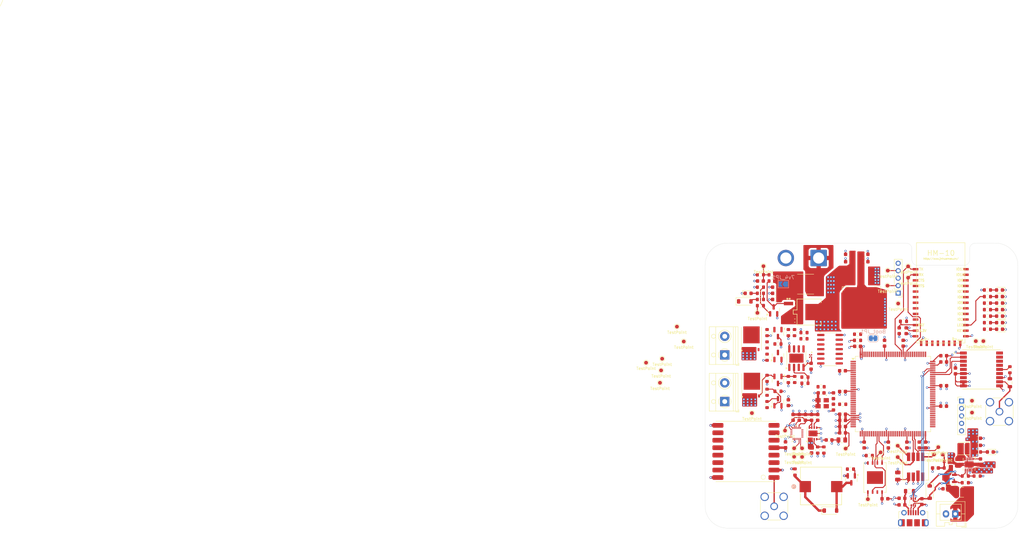
<source format=kicad_pcb>
(kicad_pcb (version 20240108) (generator "pcbnew") (generator_version "8.0")
  (layers (0 "F.Cu" signal "Top_Signal") (1 "In1.Cu" power "GND") (2 "In2.Cu" power "POWER") (31 "B.Cu" signal "Bottom_Signal") (34 "B.Paste" user) (35 "F.Paste" user) (36 "B.SilkS" user "B.Silkscreen") (37 "F.SilkS" user "F.Silkscreen") (38 "B.Mask" user) (39 "F.Mask" user) (44 "Edge.Cuts" user))
  (net 0 "")
  (net 1 "+3V3")
  (net 2 "GND")
  (net 3 "Net-(1v8_REG1-Cdelay)")
  (net 4 "+1V8")
  (net 5 "Net-(1v8_REG1-~{SHDN})")
  (net 6 "VCC")
  (net 7 "Net-(3v3_PWRSwitch1-VAUX)")
  (net 8 "Net-(3v3_PWRSwitch1-L)")
  (net 9 "Net-(3v3_LED1-A)")
  (net 10 "Net-(3v3_PWRSwitch1-UVLO)")
  (net 11 "+3V7")
  (net 12 "3v7_An")
  (net 13 "Net-(3v7_J1-Pin_1)")
  (net 14 "VDD")
  (net 15 "+7V4")
  (net 16 "+5V")
  (net 17 "Net-(5v_LED1-A)")
  (net 18 "Net-(7v4_JP1-A)")
  (net 19 "7v4_An")
  (net 20 "Net-(7v4_J1-Pin_1)")
  (net 21 "Net-(7v4_MOSFET1-G)")
  (net 22 "Net-(7v4_NPN1-B)")
  (net 23 "7v4Enable")
  (net 24 "Net-(LED_7v4Enable1-A)")
  (net 25 "Net-(Batt7v4_D2-A)")
  (net 26 "Net-(Batt7v4_L1-A)")
  (net 27 "Net-(Batt7v4_R1-Pad1)")
  (net 28 "Net-(Boot_JP1-B)")
  (net 29 "BOOT0")
  (net 30 "Net-(E1-RESET)")
  (net 31 "Net-(BT_LED1-A)")
  (net 32 "Net-(E1-LED)")
  (net 33 "Net-(D3-K)")
  (net 34 "Net-(BUZ_NPN1-C)")
  (net 35 "Net-(BUZ_NPN1-B)")
  (net 36 "Buzzer_PWM")
  (net 37 "Net-(CLED_LED1-A)")
  (net 38 "CriticalLEDEnable")
  (net 39 "+3.3VA")
  (net 40 "PH0")
  (net 41 "PH1")
  (net 46 "UART2_BT_RX")
  (net 61 "UART2_BT_TX")
  (net 68 "Net-(GPS_L1-Pad1)")
  (net 69 "GPS_RF")
  (net 70 "Net-(U5-VCC_REF)")
  (net 71 "Net-(U6-REGOUT)")
  (net 72 "/IO_Peripherals/RFM_ANT")
  (net 73 "Net-(U10-~{WP}(IO2))")
  (net 74 "Net-(Pyros_AMP1B--)")
  (net 75 "Pyros_DrogueADC")
  (net 76 "Net-(Pyros_AMP1A--)")
  (net 77 "Pyros_MainADC")
  (net 79 "Pyros_MainOn")
  (net 80 "Net-(Pyros_AND1-1Y)")
  (net 81 "Pyros_Bluetooth")
  (net 83 "Pyros_DrogueODB")
  (net 84 "Pyros_MainODB")
  (net 85 "Pyros_DrogueOn")
  (net 87 "Net-(Pyros_AND1-2A)")
  (net 88 "Net-(Pyros_J1-Pin_2)")
  (net 89 "Net-(Pyros_J2-Pin_2)")
  (net 90 "Net-(Pyros_LED1-A)")
  (net 91 "Net-(Pyros_LED2-A)")
  (net 92 "Net-(Pyros_LED4-A)")
  (net 93 "Net-(Pyros_MOSFET1-G)")
  (net 94 "Net-(Pyros_MOSFET2-G)")
  (net 95 "Net-(Pyros_NPN1-B)")
  (net 96 "Net-(Pyros_NPN2-B)")
  (net 97 "Net-(Pyros_PNP1-B)")
  (net 98 "Net-(Pyros_PNP1-C)")
  (net 99 "Net-(Pyros_PNP2-C)")
  (net 100 "Net-(Pyros_PNP2-B)")
  (net 101 "~Pyros_Test")
  (net 102 "NRST")
  (net 103 "SYS_SWCLK")
  (net 104 "SYS_SWO")
  (net 105 "SYS_SWDIO")
  (net 106 "UART6_RFD_RTS")
  (net 107 "UART6_RFD_TX")
  (net 108 "UART6_RFD_RX")
  (net 110 "UART1_GPS_RX")
  (net 111 "USBData-")
  (net 116 "SPI1_ICM_RFM_MOSI")
  (net 120 "SPI1_RFM_CS")
  (net 122 "SPI1_ICM_RFM_SCLK")
  (net 126 "SPI5_Mem_MOSI")
  (net 128 "SPI1_ICM_CS")
  (net 129 "SPI1_ICM_RFM_MISO")
  (net 131 "RFM_NIRQ")
  (net 133 "SPI5_Mem_CS")
  (net 134 "SPI4_Baro_CS")
  (net 135 "SPI4_Baro_MOSI")
  (net 141 "USBData+")
  (net 145 "SPI4_Baro_MISO")
  (net 154 "RFM_SDN")
  (net 162 "ICM_INT")
  (net 169 "Net-(U1-VCAP_1)")
  (net 170 "UART1_GPS_TX")
  (net 179 "SPI5_Mem_SCLK")
  (net 186 "Net-(U1-VCAP_2)")
  (net 193 "SPI4_Baro_SCLK")
  (net 199 "SPI5_Mem_MISO")
  (net 229 "USBDataC-")
  (net 235 "USBVBus")
  (net 236 "USBDataC+")
  (net 241 "Net-(Crystal_C2-Pad1)")
  (footprint "TestPoint:TestPoint_Pad_D1.0mm" (layer "F.Cu") (at -7.5438 22.4028)
    (property "Reference" "TP16" (hide yes))
    (property "Value" "TestPoint")
  )
  (footprint "TestPoint:TestPoint_Pad_D1.0mm" (layer "F.Cu") (at -12.0904 37.465)
    (property "Reference" "TP23" (hide yes))
    (property "Value" "TestPoint")
  )
  (footprint "Resistor_SMD:R_0603_1608Metric" (layer "F.Cu") (at 24.0538 36.576 -90)
    (property "Reference" "Pyros_R6" (hide yes))
    (property "Value" "1k5" (hide yes))
  )
  (footprint "Capacitor_SMD:C_0603_1608Metric" (layer "F.Cu") (at 18.8976 11.811 180)
    (property "Reference" "7v4_C3" (hide yes))
    (property "Value" "100nf" (hide yes))
  )
  (footprint "ODB:MS5803-01BA01_TEC" (layer "F.Cu") (at 56.5 60 90)
    (property "Reference" "U7" (hide yes))
    (property "Value" "MS580301BA01-00" (hide yes))
  )
  (footprint "Package_TO_SOT_SMD:SOT-23" (layer "F.Cu") (at 39.243 63.373 -90)
    (property "Reference" "BUZ_NPN1" (hide yes))
    (property "Value" "MMBT3904" (hide yes))
  )
  (footprint "TestPoint:TestPoint_Pad_D1.0mm" (layer "F.Cu") (at 74.676 26.289)
    (property "Reference" "TP7" (hide yes))
    (property "Value" "TestPoint")
  )
  (footprint "LED_SMD:LED_0603_1608Metric" (layer "F.Cu") (at 78.9941 14.3256 180)
    (property "Reference" "BT_LED1" (hide yes))
    (property "Value" "BLUE" (hide yes))
  )
  (footprint "Resistor_SMD:R_0603_1608Metric" (layer "F.Cu") (at 75.7683 21.336 180)
    (property "Reference" "Pyros_R17" (hide yes))
    (property "Value" "1k5" (hide yes))
  )
  (footprint "Capacitor_SMD:C_0603_1608Metric" (layer "F.Cu") (at 34.4424 43.9928 -90)
    (property "Reference" "Crystal_C2" (hide yes))
    (property "Value" "8pF" (hide yes))
  )
  (footprint "Diode_SMD:D_SOD-123" (layer "F.Cu") (at 33.655 71.755)
    (property "Reference" "D3" (hide yes))
    (property "Value" "BUZ_D_Schottky" (hide yes))
  )
  (footprint "Capacitor_SMD:C_0603_1608Metric" (layer "F.Cu") (at 36.9062 49.1998 180)
    (property "Reference" "Decouple_C14" (hide yes))
    (property "Value" "10uF" (hide yes))
  )
  (footprint "Package_QFP:LQFP-144_20x20mm_P0.5mm" (layer "F.Cu") (at 50.419 40.4876)
    (property "Reference" "U1" (hide yes))
    (property "Value" "STM32F412ZGTx" (hide yes))
  )
  (footprint "Inductor_SMD:L_0805_2012Metric" (layer "F.Cu") (at 54.864 66.548 180)
    (property "Reference" "USB_FB1" (hide yes))
    (property "Value" "120R" (hide yes))
  )
  (footprint "TestPoint:TestPoint_Pad_D1.0mm" (layer "F.Cu") (at 63.754 56.7182)
    (property "Reference" "TP13" (hide yes))
    (property "Value" "TestPoint")
  )
  (footprint "Fuse:Fuse_2920_7451Metric" (layer "F.Cu") (at 26.9748 10.9982)
    (property "Reference" "7v4_L1" (hide yes))
    (property "Value" "2920L700/12MR" (hide yes))
  )
  (footprint "TestPoint:TestPoint_Pad_D1.0mm" (layer "F.Cu") (at -11.5062 31.0134)
    (property "Reference" "TP25" (hide yes))
    (property "Value" "TestPoint")
  )
  (footprint "Capacitor_SMD:C_0603_1608Metric" (layer "F.Cu") (at 67.7926 58.674 -90)
    (property "Reference" "3v3_C1" (hide yes))
    (property "Value" "10uf" (hide yes))
  )
  (footprint "Resistor_SMD:R_0603_1608Metric" (layer "F.Cu") (at 39.0144 60.6298 180)
    (property "Reference" "BUZ_R2" (hide yes))
    (property "Value" "1k5" (hide yes))
  )
  (footprint "TestPoint:TestPoint_Pad_D1.0mm" (layer "F.Cu") (at 61.4426 56.6928)
    (property "Reference" "TP30" (hide yes))
    (property "Value" "TestPoint")
  )
  (footprint "Resistor_SMD:R_0603_1608Metric" (layer "F.Cu") (at 14.859 11.811)
    (property "Reference" "7v4_R4" (hide yes))
    (property "Value" "10k" (hide yes))
  )
  (footprint "Capacitor_SMD:C_0603_1608Metric" (layer "F.Cu") (at 36.9062 45.8978 180)
    (property "Reference" "Decouple_C3" (hide yes))
    (property "Value" "100nF" (hide yes))
  )
  (footprint "Capacitor_SMD:C_0603_1608Metric" (layer "F.Cu") (at 64.008 43.7388)
    (property "Reference" "Decouple_C17" (hide yes))
    (property "Value" "100nF" (hide yes))
  )
  (footprint "Resistor_SMD:R_0603_1608Metric" (layer "F.Cu") (at 44.069 56.9976 180)
    (property "Reference" "MEM_R1" (hide yes))
    (property "Value" "1k5" (hide yes))
  )
  (footprint "Resistor_SMD:R_0603_1608Metric" (layer "F.Cu") (at 30.226 55.499 -90)
    (property "Reference" "1v8_R1" (hide yes))
    (property "Value" "12.2k" (hide yes))
  )
  (footprint "Resistor_SMD:R_0603_1608Metric" (layer "F.Cu") (at 16.637 40.005 -90)
    (property "Reference" "Pyros_R1" (hide yes))
    (property "Value" "1k5" (hide yes))
  )
  (footprint "TestPoint:TestPoint_Pad_D1.0mm" (layer "F.Cu") (at 26.035 55.0418)
    (property "Reference" "TP6" (hide yes))
    (property "Value" "TestPoint")
  )
  (footprint "Inductor_SMD:L_0805_2012Metric" (layer "F.Cu") (at 81.788 37.4396 -90)
    (property "Reference" "GPS_L1" (hide yes))
    (property "Value" "100nH" (hide yes))
  )
  (footprint "Resistor_SMD:R_0603_1608Metric" (layer "F.Cu") (at 31.877 55.499 90)
    (property "Reference" "1v8_R2" (hide yes))
    (property "Value" "10k" (hide yes))
  )
  (footprint "TestPoint:TestPoint_Pad_D1.0mm" (layer "F.Cu") (at 23.9014 57.3024)
    (property "Reference" "TP5" (hide yes))
    (property "Value" "TestPoint")
  )
  (footprint "Package_TO_SOT_SMD:TDSON-8-1" (layer "F.Cu") (at 12.446 25.654 90)
    (property "Reference" "Pyros_MOSFET2" (hide yes))
    (property "Value" "CSD17310Q5A" (hide yes))
  )
  (footprint "LED_SMD:LED_0603_1608Metric" (layer "F.Cu") (at 79.0195 16.0782 180)
    (property "Reference" "LED_7v4Enable1" (hide yes))
    (property "Value" "GREEN" (hide yes))
  )
  (footprint "Resistor_SMD:R_0603_1608Metric" (layer "F.Cu") (at 53.2384 20.9804)
    (property "Reference" "BT_R1" (hide yes))
    (property "Value" "10k" (hide yes))
  )
  (footprint "Capacitor_SMD:C_0603_1608Metric" (layer "F.Cu") (at 73.1012 54.2544)
    (property "Reference" "3v3_C4" (hide yes))
    (property "Value" "100nf" (hide yes))
  )
  (footprint "Connector_PinHeader_2.00mm:PinHeader_1x05_P2.00mm_Vertical" (layer "F.Cu") (at 68.834 42.355)
    (property "Reference" "SW_J1" (hide yes))
    (property "Value" "SYS_Conn_01x05_Socket" (hide yes))
  )
  (footprint "Connector_Coaxial:SMA_Wurth_60312002114503_Vertical" (layer "F.Cu") (at 18.542 70.612)
    (property "Reference" "J5" (hide yes))
    (property "Value" "RFM_Conn_Coaxial" (hide yes))
  )
  (footprint "Resistor_SMD:R_0603_1608Metric" (layer "F.Cu") (at 64.9986 58.547 180)
    (property "Reference" "3v7_R1" (hide yes))
    (property "Value" "100k 1%" (hide yes))
  )
  (footprint "Resistor_SMD:R_0603_1608Metric" (layer "F.Cu") (at 40.9194 26.0858 180)
    (property "Reference" "Boot_R2" (hide yes))
    (property "Value" "10k" (hide yes))
  )
  (footprint "Capacitor_SMD:C_0603_1608Metric" (layer "F.Cu") (at 38.481 4.9784 180)
    (property "Reference" "5v_C2" (hide yes))
    (property "Value" "100nf" (hide yes))
  )
  (footprint "TestPoint:TestPoint_Pad_D1.0mm" (layer "F.Cu") (at 14.0462 18.7198)
    (property "Reference" "TP21" (hide yes))
    (property "Value" "TestPoint")
  )
  (footprint "TestPoint:TestPoint_Pad_D1.0mm" (layer "F.Cu") (at 43.688 68.707)
    (property "Reference" "TP11" (hide yes))
    (property "Value" "TestPoint")
  )
  (footprint "TestPoint:TestPoint_Pad_D1.0mm" (layer "F.Cu") (at -5.715 26.3906)
    (property "Reference" "TP15" (hide yes))
    (property "Value" "TestPoint")
  )
  (footprint "ODB:RFM22b-S2" (layer "F.Cu") (at 11.8872 55.25 180)
    (property "Reference" "U9" (hide yes))
    (property "Value" "~" (hide yes))
  )
  (footprint "Capacitor_SMD:C_0603_1608Metric" (layer "F.Cu") (at 42.6974 54.1528 -90)
    (property "Reference" "Decouple_C4" (hide yes))
    (property "Value" "100nF" (hide yes))
  )
  (footprint "MountingHole:MountingHole_4.3mm_M4" (layer "F.Cu") (at 5.969 5.969)
    (property "Reference" "H1" (hide yes))
    (property "Value" "MountingHole" (hide yes))
  )
  (footprint "Package_TO_SOT_SMD:SOT-23" (layer "F.Cu") (at 19.558 36.703 -90)
    (property "Reference" "Pyros_NPN1" (hide yes))
    (property "Value" "MMBT3904" (hide yes))
  )
  (footprint "Capacitor_SMD:C_0603_1608Metric" (layer "F.Cu") (at 23.622 46.749 90)
    (property "Reference" "ICM_C2" (hide yes))
    (property "Value" "100nF" (hide yes))
  )
  (footprint "Resistor_SMD:R_0603_1608Metric" (layer "F.Cu") (at 14.859 16.764)
    (property "Reference" "7v4_R3" (hide yes))
    (property "Value" "1k5" (hide yes))
  )
  (footprint "Capacitor_SMD:C_0603_1608Metric" (layer "F.Cu") (at 18.8976 13.462 180)
    (property "Reference" "7v4_C2" (hide yes))
    (property "Value" "33uf" (hide yes))
  )
  (footprint "ODB:HM-10" (layer "F.Cu") (at 63.9826 6.985)
    (property "Reference" "E1" (hide yes))
    (property "Value" "HM-10" (hide yes))
  )
  (footprint "LED_SMD:LED_0603_1608Metric" (layer "F.Cu") (at 78.9941 12.573 180)
    (property "Reference" "5v_LED1" (hide yes))
    (property "Value" "GREEN" (hide yes))
  )
  (footprint "Package_TO_SOT_SMD:SOT-23" (layer "F.Cu") (at 19.558 30.2768 90)
    (property "Reference" "Pyros_PNP2" (hide yes))
    (property "Value" "BC857" (hide yes))
  )
  (footprint "Package_SO:SOIC-14_3.9x8.7mm_P1.27mm" (layer "F.Cu") (at 33.528 28.448)
    (property "Reference" "Pyros_AND1" (hide yes))
    (property "Value" "SN74HC08DR" (hide yes))
  )
  (footprint "Resistor_SMD:R_0603_1608Metric" (layer "F.Cu") (at 75.7683 16.087)
    (property "Reference" "7v4_R8" (hide yes))
    (property "Value" "1k" (hide yes))
  )
  (footprint "Resistor_SMD:R_0603_1608Metric" (layer "F.Cu") (at 26.543 24.003 180)
    (property "Reference" "Pyros_R5" (hide yes))
    (property "Value" "10k" (hide yes))
  )
  (footprint "Resistor_SMD:R_0805_2012Metric" (layer "F.Cu") (at 36.703 52.8066 180)
    (property "Reference" "Coupling_FB1" (hide yes))
    (property "Value" "120R" (hide yes))
  )
  (footprint "Capacitor_SMD:C_0603_1608Metric" (layer "F.Cu") (at 26.924 46.749 90)
    (property "Reference" "1v8_C4" (hide yes))
    (property "Value" "10uf" (hide yes))
  )
  (footprint "Resistor_SMD:R_0603_1608Metric" (layer "F.Cu") (at 24.003 24.003 -90)
    (property "Reference" "Pyros_R14" (hide yes))
    (property "Value" "1k5" (hide yes))
  )
  (footprint "Capacitor_SMD:C_0603_1608Metric" (layer "F.Cu") (at 73.8886 58.674 -90)
    (property "Reference" "3v3_C2" (hide yes))
    (property "Value" "100nf" (hide yes))
  )
  (footprint "Capacitor_SMD:C_0603_1608Metric" (layer "F.Cu") (at 53.975 23.495 -90)
    (property "Reference" "BT_C1" (hide yes))
    (property "Value" "10uF" (hide yes))
  )
  (footprint "Capacitor_SMD:C_0603_1608Metric" (layer "F.Cu") (at 31.1404 40.1828 180)
    (property "Reference" "RST_C1" (hide yes))
    (property "Value" "100nF" (hide yes))
  )
  (footprint "Capacitor_SMD:C_0603_1608Metric" (layer "F.Cu") (at 18.8976 15.113 180)
    (property "Reference" "7v4_C1" (hide yes))
    (property "Value" "10uf" (hide yes))
  )
  (footprint "Capacitor_SMD:C_0603_1608Metric" (layer "F.Cu") (at 67.183 34.277 -90)
    (property "Reference" "GPS_C1" (hide yes))
    (property "Value" "100nf" (hide yes))
  )
  (footprint "Library:XTAL_TSX-3225_26.0000MF09Z-AC0" (layer "F.Cu") (at 31.4198 42.9514 -90)
    (property "Reference" "Crystal_Y1" (hide yes))
    (property "Value" "26MHz" (hide yes))
  )
  (footprint "Capacitor_SMD:C_0603_1608Metric" (layer "F.Cu") (at 42.926 2.9972)
    (property "Reference" "5v_C3" (hide yes))
    (property "Value" "10uf" (hide yes))
  )
  (footprint "TestPoint:TestPoint_Pad_D1.0mm" (layer "F.Cu") (at 54.483 9.271)
    (property "Reference" "TP29" (hide yes))
    (property "Value" "TestPoint")
  )
  (footprint "Capacitor_SMD:C_0603_1608Metric" (layer "F.Cu") (at 48.26 68.58 180)
    (property "Reference" "MEM_C1" (hide yes))
    (property "Value" "10uF" (hide yes))
  )
  (footprint "Capacitor_SMD:C_0603_1608Metric" (layer "F.Cu") (at 34.4424 40.9448 90)
    (property "Reference" "Crystal_C1" (hide yes))
    (property "Value" "8pF" (hide yes))
  )
  (footprint "LED_SMD:LED_0603_1608Metric" (layer "F.Cu") (at 79.0195 17.8308 180)
    (property "Reference" "Pyros_LED4" (hide yes))
    (property "Value" "GREEN" (hide yes))
  )
  (footprint "Resistor_SMD:R_0603_1608Metric" (layer "F.Cu") (at 69.8246 62.484)
    (property "Reference" "3v3_R1" (hide yes))
    (property "Value" "3M 1%" (hide yes))
  )
  (footprint "TerminalBlock_RND:TerminalBlock_RND_205-00012_1x02_P5.00mm_Horizontal" (layer "F.Cu") (at 5.2832 42.4942 90)
    (property "Reference" "Pyros_J1" (hide yes))
    (property "Value" "Pyro_Main" (hide yes))
  )
  (footprint "ODB:SMTB-0927-TW-R_PUI" (layer "F.Cu") (at 31.115 65.151)
    (property "Reference" "BUZ_Buzzer1" (hide yes))
    (property "Value" "SMTB-0927-TW-R" (hide yes))
  )
  (footprint "Package_TO_SOT_SMD:SOT-666" (layer "F.Cu") (at 55.88 69.469 90)
    (property "Reference" "USB_Connector1" (hide yes))
    (property "Value" "USBLC6-2P6" (hide yes))
  )
  (footprint "LED_SMD:LED_0603_1608Metric" (layer "F.Cu") (at 76.5302 56.0324 180)
    (property "Reference" "3v3_LED1" (hide yes))
    (property "Value" "GREEN" (hide yes))
  )
  (footprint "Capacitor_SMD:C_0603_1608Metric" (layer "F.Cu") (at 54.1528 54.1528 -90)
    (property "Reference" "Decouple_C10" (hide yes))
    (property "Value" "100nF" (hide yes))
  )
  (footprint "Package_TO_SOT_SMD:SOT-23" (layer "F.Cu") (at 19.558 24.13 -90)
    (property "Reference" "Pyros_NPN2" (hide yes))
    (property "Value" "MMBT3904" (hide yes))
  )
  (footprint "Library:SON127P600X800X80-9N" (layer "F.Cu") (at 45.593 62.8904 -90)
    (property "Reference" "U10" (hide yes))
    (property "Value" "W25Q512JVEIQ" (hide yes))
  )
  (footprint "Resistor_SMD:R_0603_1608Metric" (layer "F.Cu") (at 75.7683 23.0886 180)
    (property "Reference" "CLED_R1" (hide yes))
    (property "Value" "1k5" (hide yes))
  )
  (footprint "Capacitor_SMD:C_0603_1608Metric" (layer "F.Cu") (at 28.575 55.499 -90)
    (property "Reference" "1v8_C1" (hide yes))
    (property "Value" "10uf" (hide yes))
  )
  (footprint "LED_SMD:LED_0603_1608Metric" (layer "F.Cu") (at 11.557 13.462)
    (property "Reference" "Batt7v4_L1" (hide yes))
    (property "Value" "GREEN" (hide yes))
  )
  (footprint "TestPoint:TestPoint_Pad_D1.0mm" (layer "F.Cu") (at 71.628 45.466)
    (property "Reference" "TP10" (hide yes))
    (property "Value" "TestPoint")
  )
  (footprint "Resistor_SMD:R_0603_1608Metric" (layer "F.Cu") (at 17.9832 8.4836)
    (property "Reference" "7v4_R1" (hide yes))
    (property "Value" "100k 1%" (hide yes))
  )
  (footprint "Capacitor_SMD:C_0603_1608Metric" (layer "F.Cu") (at 36.9062 50.9016 180)
    (property "Reference" "Decouple_C15" (hide yes))
    (property "Value" "10nF" (hide yes))
  )
  (footprint "Capacitor_SMD:C_0603_1608Metric" (layer "F.Cu") (at 14.859 10.16 180)
    (property "Reference" "7v4_C4" (hide yes))
    (property "Value" "100nf" (hide yes))
  )
  (footprint "TestPoint:TestPoint_Pad_D1.0mm" (layer "F.Cu") (at 37.719 55.118)
    (property "Reference" "TP1" (hide yes))
    (property "Value" "TestPoint")
  )
  (footprint "Connector_JST:JST_XA_B02B-XASK-1_1x02_P2.50mm_Vertical" (layer "F.Cu") (at 67.143 72.644 180)
    (property "Reference" "3v7_J1" (hide yes))
    (property "Value" "Batt4v2" (hide yes))
  )
  (footprint "Resistor_SMD:R_0603_1608Metric" (layer "F.Cu") (at 75.7683 14.337)
    (property "Reference" "BT_R2" (hide yes))
    (property "Value" "1k5" (hide yes))
  )
  (footprint "Package_SO:SOIC-8-1EP_3.9x4.9mm_P1.27mm_EP2.41x3.81mm" (layer "F.Cu") (at 24.511 30.861 90)
    (property "Reference" "Pyros_AMP1" (hide yes))
    (property "Value" "TLV2372" (hide yes))
  )
  (footprint "Resistor_SMD:R_0603_1608Metric" (layer "F.Cu") (at 19.558 27.051)
    (property "Reference" "Pyros_R10" (hide yes))
    (property "Value" "10k" (hide yes))
  )
  (footprint "Capacitor_SMD:C_0603_1608Metric" (layer "F.Cu") (at 36.8808 34.2392 180)
    (property "Reference" "Decouple_C2" (hide yes))
    (property "Value" "100nF" (hide yes))
  )
  (footprint "Resistor_SMD:R_0603_1608Metric" (layer "F.Cu") (at 69.825 64.278)
    (property "Reference" "3v7_R3" (hide yes))
    (property "Value" "100k" (hide yes))
  )
  (footprint "Resistor_SMD:R_0603_1608Metric" (layer "F.Cu") (at 75.7683 19.587 180)
    (property "Reference" "Pyros_R18" (hide yes))
    (property "Value" "1k5" (hide yes))
  )
  (footprint "Package_TO_SOT_SMD:TO-263-3_TabPin2" (layer "F.Cu") (at 41.9862 16.4846 -90)
    (property "Reference" "5v_REG1" (hide yes))
    (property "Value" "LM1085-5.0" (hide yes))
  )
  (footprint "MountingHole:MountingHole_4.3mm_M4" (layer "F.Cu") (at 5.969 70.485)
    (property "Reference" "H4" (hide yes))
    (property "Value" "MountingHole" (hide yes))
  )
  (footprint "Capacitor_SMD:C_0603_1608Metric" (layer "F.Cu") (at 48.1584 26.8478 90)
    (property "Reference" "Decouple_C7" (hide yes))
    (property "Value" "100nF" (hide yes))
  )
  (footprint "TestPoint:TestPoint_Pad_D1.0mm" (layer "F.Cu") (at 48.9458 11.4046)
    (property "Reference" "TP17" (hide yes))
    (property "Value" "TestPoint")
  )
  (footprint "Fuse:Fuse_1210_3225Metric" (layer "F.Cu") (at 68.8086 66.802)
    (property "Reference" "3v7_FUZE1" (hide yes))
    (property "Value" "0ZCH0075AF2E (750ma)" (hide yes))
  )
  (footprint "Library:IC_74LV1T87GXH" (layer "F.Cu") (at 28.317 30.287 -90)
    (property "Reference" "Pyros_XNOR1" (hide yes))
    (property "Value" "74LV1T87GXH" (hide yes))
  )
  (footprint "Capacitor_SMD:C_0603_1608Metric" (layer "F.Cu") (at 28.575 46.749 90)
    (property "Reference" "1v8_C3" (hide yes))
    (property "Value" "100nf" (hide yes))
  )
  (footprint "Package_TO_SOT_SMD:TDSON-8-1" (layer "F.Cu") (at 12.573 38.1 90)
    (property "Reference" "Pyros_MOSFET1" (hide yes))
    (property "Value" "CSD17310Q5A" (hide yes))
  )
  (footprint "Resistor_SMD:R_0603_1608Metric" (layer "F.Cu") (at 19.558 39.751)
    (property "Reference" "Pyros_R2" (hide yes))
    (property "Value" "10k" (hide yes))
  )
  (footprint "Capacitor_SMD:C_0603_1608Metric" (layer "F.Cu") (at 64.0334 38.2524)
    (property "Reference" "Decouple_C11" (hide yes))
    (property "Value" "100nF" (hide yes))
  )
  (footprint "Diode_SMD:D_SOD-123" (layer "F.Cu") (at 60.2742 66.802 -90)
    (property "Reference" "USB_D1" (hide yes))
    (property "Value" "B260A-13-F" (hide yes))
  )
  (footprint "Resistor_SMD:R_0603_1608Metric" (layer "F.Cu") (at 16.637 27.305 -90)
    (property "Reference" "Pyros_R9" (hide yes))
    (property "Value" "1k5" (hide yes))
  )
  (footprint "Capacitor_SMD:C_0603_1608Metric" (layer "F.Cu") (at 53.1622 26.8478 90)
    (property "Reference" "Decouple_C6" (hide yes))
    (property "Value" "100nF" (hide yes))
  )
  (footprint "Resistor_SMD:R_0603_1608Metric" (layer "F.Cu") (at 26.543 25.654)
    (property "Reference" "Pyros_R4" (hide yes))
    (property "Value" "390k ±1%" (hide yes))
  )
  (footprint "Resistor_SMD:R_0603_1608Metric" (layer "F.Cu") (at 16.637 43.307 -90)
    (property "Reference" "Pyros_R3" (hide yes))
    (property "Value" "68R ±1%" (hide yes))
  )
  (footprint "Capacitor_SMD:C_0603_1608Metric" (layer "F.Cu") (at 64.0334 30.2006)
    (property "Reference" "Decouple_C12" (hide yes))
    (property "Value" "100nF" (hide yes))
  )
  (footprint "TestPoint:TestPoint_Pad_D1.0mm" (layer "F.Cu") (at -15.8242 32.0802)
    (property "Reference" "TP24" (hide yes))
    (property "Value" "TestPoint")
  )
  (footprint "TestPoint:TestPoint_Pad_D1.0mm" (layer "F.Cu") (at 15.6718 6.1722)
    (property "Reference" "TP14" (hide yes))
    (property "Value" "TestPoint")
  )
  (footprint "TestPoint:TestPoint_Pad_D1.0mm" (layer "F.Cu") (at 47.117 56.134)
    (property "Reference" "TP19" (hide yes))
    (property "Value" "TestPoint")
  )
  (footprint "Capacitor_SMD:C_0603_1608Metric" (layer "F.Cu") (at 52.0954 23.495 -90)
    (property "Reference" "BT_C2" (hide yes))
    (property "Value" "100nF" (hide yes))
  )
  (footprint "Resistor_SMD:R_0603_1608Metric" (layer "F.Cu") (at 16.637 30.607 -90)
    (property "Reference" "Pyros_R11" (hide yes))
    (property "Value" "68R ±1%" (hide yes))
  )
  (footprint "Resistor_SMD:R_0603_1608Metric" (layer "F.Cu") (at 26.797 37.592 180)
    (property "Reference" "Pyros_R13" (hide yes))
    (property "Value" "10k" (hide yes))
  )
  (footprint "Capacitor_SMD:C_0603_1608Metric" (layer "F.Cu") (at 52.832 68.453)
    (property "Reference" "USB_C2" (hide yes))
    (property "Value" "1uf" (hide yes))
  )
  (footprint "Resistor_SMD:R_0603_1608Metric" (layer "F.Cu") (at 14.859 15.113 180)
    (property "Reference" "Batt7v4_R1" (hide yes))
    (property "Value" "68 1%" (hide yes))
  )
  (footprint "Connector_Wire:SolderWire-2.5sqmm_1x02_P8.8mm_D2.4mm_OD4.4mm" (layer "F.Cu") (at 30.48 3.9878 180)
    (property "Reference" "7v4_J1" (hide yes))
    (property "Value" "Batt7v4" (hide yes))
  )
  (footprint "Resistor_SMD:R_0603_1608Metric" (layer "F.Cu") (at 22.352 24.003 90)
    (property "Reference" "Pyros_R15" (hide yes))
    (property "Value" "10k" (hide yes))
  )
  (footprint "Resistor_SMD:R_0603_1608Metric" (layer "F.Cu") (at 81.788 33.9598 90)
    (property "Reference" "GPS_R1" (hide yes))
    (property "Value" "10R" (hide yes))
  )
  (footprint "Capacitor_SMD:C_0603_1608Metric" (layer "F.Cu") (at 38.481 2.9972 180)
    (property "Reference" "5v_C1" (hide yes))
    (property "Value" "10uf" (hide yes))
  )
  (footprint "Library:PG-TO252AA_INF" (layer "F.Cu") (at 27.9146 18.4912 -90)
    (property "Reference" "7v4_MOSFET1" (hide yes))
    (property "Value" "IRFR5505TRPBF" (hide yes))
  )
  (footprint "Package_TO_SOT_SMD:SOT-23" (layer "F.Cu") (at 19.558 42.672 90)
    (property "Reference" "Pyros_PNP1" (hide yes))
    (property "Value" "BC857" (hide yes))
  )
  (footprint "TestPoint:TestPoint_Pad_D1.0mm" (layer "F.Cu") (at 71.628 42.291)
    (property "Reference" "TP9" (hide yes))
    (property "Value" "TestPoint")
  )
  (footprint "TestPoint:TestPoint_Pad_D1.0mm" (layer "F.Cu") (at 12.573 45.593)
    (property "Reference" "TP12" (hide yes))
    (property "Value" "TestPoint")
  )
  (footprint "TestPoint:TestPoint_Pad_D1.0mm" (layer "F.Cu") (at 51.689 54.356)
    (property "Reference" "TP20" (hide yes))
    (property "Value" "TestPoint")
  )
  (footprint "Capacitor_SMD:C_0603_1608Metric" (layer "F.Cu") (at 36.9062 47.5488 180)
    (property "Reference" "Decouple_C1" (hide yes))
    (property "Value" "10uF" (hide yes))
  )
  (footprint "LED_SMD:LED_0603_1608Metric" (layer "F.Cu") (at 79.0195 21.336 180)
    (property "Reference" "Pyros_LED1" (hide yes))
    (property "Value" "GREEN" (hide yes))
  )
  (footprint "Resistor_SMD:R_0603_1608Metric" (layer "F.Cu") (at 14.859 13.462 180)
    (property "Reference" "Batt7v4_R2" (hide yes))
    (property "Value" "68 1%" (hide yes))
  )
  (footprint "Connector_PinHeader_2.00mm:PinHeader_1x05_P2.00mm_Vertical" (layer "F.Cu") (at 51.816 13.398 180)
    (property "Reference" "SW_J2" (hide yes))
    (property "Value" "RFD_Conn_01x05_Socket" (hide yes))
  )
  (footprint "Resistor_SMD:R_0603_1608Metric" (layer "F.Cu") (at 14.859 8.4836)
    (property "Reference" "7v4_R2" (hide yes))
    (property "Value" "64k 1%" (hide yes))
  )
  (footprint "Connector_USB:USB_Micro-B_Molex-105017-0001" (layer "F.Cu") (at 55.88 73.787)
    (property "Reference" "USB_Bus1" (hide yes))
    (property "Value" "USB_B_Micro" (hide yes))
  )
  (footprint "Capacitor_SMD:C_0603_1608Metric" (layer "F.Cu") (at 25.273 46.749 90)
    (property "Reference" "ICM_C1" (hide yes))
    (property "Value" "100nF" (hide yes))
  )
  (footprint "Capacitor_SMD:C_0603_1608Metric" (layer "F.Cu") (at 30.226 46.749 90)
    (property "Reference" "1v8_C2" (hide yes))
    (property "Value" "100nf" (hide yes))
  )
  (footprint "Resistor_SMD:R_0603_1608Metric" (layer "F.Cu") (at 24.13 61.3918 90)
    (property "Reference" "BUZ_R1" (hide yes))
    (property "Value" "1k5" (hide yes))
  )
  (footprint "Resistor_SMD:R_0603_1608Metric" (layer "F.Cu") (at 26.797 35.941)
    (property "Reference" "Pyros_R12" (hide yes))
    (property "Value" "390k ±1%" (hide yes))
  )
  (footprint "TestPoint:TestPoint_Pad_D1.0mm" (layer "F.Cu") (at 51.689 57.404)
    (property "Reference" "TP26" (hide yes))
    (property "Value" "TestPoint")
  )
  (footprint "Capacitor_SMD:C_0603_1608Metric" (layer "F.Cu") (at 49.1744 54.1528 -90)
    (property "Reference" "Decouple_C9" (hide yes))
    (property "Value" "100nF" (hide yes))
  )
  (footprint "Capacitor_SMD:C_0603_1608Metric" (layer "F.Cu") (at 33.274 52.8066 180)
    (property "Reference" "Decouple_C16" (hide yes))
    (property "Value" "10nF" (hide yes))
  )
  (footprint "Diode_SMD:D_SOD-123" (layer "F.Cu") (at 10.668 15.621)
    (property "Reference" "Batt7v4_D2" (hide yes))
    (property "Value" "MMSZ4678-TP" (hide yes))
  )
  (footprint "Capacitor_SMD:C_0603_1608Metric" (layer "F.Cu") (at 42.926 4.9784)
    (property "Reference" "5v_C4" (hide yes))
    (property "Value" "100nf" (hide yes))
  )
  (footprint "Capacitor_SMD:C_0603_1608Metric" (layer "F.Cu") (at 57.4802 54.1528 -90)
    (property "Reference" "VCAP_C1" (hide yes))
    (property "Value" "4.7uF" (hide yes))
  )
  (footprint "TestPoint:TestPoint_Pad_D1.0mm" (layer "F.Cu") (at 72.644 26.289)
    (property "Reference" "TP8" (hide yes))
    (property "Value" "TestPoint")
  )
  (footprint "Resistor_SMD:R_0603_1608Metric" (layer "F.Cu") (at 75.7683 17.837 180)
    (property "Reference" "Pyros_R19" (hide yes))
    (property "Value" "1k5" (hide yes))
  )
  (footprint "Capacitor_SMD:C_0603_1608Metric" (layer "F.Cu") (at 21.59 54.102 -90)
    (property "Reference" "Beacon_C1" (hide yes))
    (property "Value" "10uF" (hide yes))
  )
  (footprint "Library:IND_LQH3NPN3R3MMEL" (layer "F.Cu") (at 69.4436 55.118)
    (property "Reference" "3v3_L1" (hide yes))
    (property "Value" "3.3uH" (hide yes))
  )
  (footprint "Resistor_SMD:R_0603_1608Metric" (layer "F.Cu") (at 36.9316 43.2308 180)
    (property "Reference" "Crystal_R1" (hide yes))
    (property "Value" "0R" (hide yes))
  )
  (footprint "Capacitor_SMD:C_0603_1608Metric" (layer "F.Cu") (at 73.1012 52.3494)
    (property "Reference" "3v3_C3" (hide yes))
    (property "Value" "33uf" (hide yes))
  )
  (footprint "TerminalBlock_RND:TerminalBlock_RND_205-00012_1x02_P5.00mm_Horizontal" (layer "F.Cu") (at 5.2832 29.9974 90)
    (property "Reference" "Pyros_J2" (hide yes))
    (property "Value" "Pyro_Drogue" (hide yes))
  )
  (footprint "TestPoint:TestPoint_Pad_D1.0mm" (layer "F.Cu") (at 23.9014 55.0418)
    (property "Reference" "TP4" (hide yes))
    (property "Value" "TestPoint")
  )
  (footprint "Capacitor_SMD:C_0603_1608Metric" (layer "F.Cu") (at 40.9194 27.686 180)
    (property "Reference" "Decouple_C13" (hide yes))
    (property "Value" "100nF" (hide yes))
  )
  (footprint "Package_TO_SOT_SMD:SOT-23-3" (layer "F.Cu") (at 65.7606 63.119 180)
    (property "Reference" "3v7_MOSFET1" (hide yes))
    (property "Value" "PJA3411_R1_00001" (hide yes))
  )
  (footprint "Capacitor_SMD:C_0603_1608Metric" (layer "F.Cu") (at 58.166 69.342 90)
    (property "Reference" "USB_C1" (hide yes))
    (property "Value" "100nf" (hide yes))
  )
  (footprint "Capacitor_SMD:C_0603_1608Metric" (layer "F.Cu") (at 64.6176 65.913 180)
    (property "Reference" "3v7_C1" (hide yes))
    (property "Value" "10uf" (hide yes))
  )
  (footprint "TestPoint:TestPoint_Pad_D1.0mm" (layer "F.Cu") (at -11.7856 34.1376)
    (property "Reference" "TP22" (hide yes))
    (property "Value" "TestPoint")
  )
  (footprint "MountingHole:MountingHole_4.3mm_M4" (layer "F.Cu") (at 77.978 5.969)
    (property "Reference" "H2" (hide yes))
    (property "Value" "MountingHole" (hide yes))
  )
  (footprint "LED_SMD:LED_0603_1608Metric" (layer "F.Cu") (at 79.0195 23.0886 180)
    (property "Reference" "CLED_LED1" (hide yes))
    (property "Value" "RED" (hide yes))
  )
  (footprint "TestPoint:TestPoint_Pad_D1.0mm" (layer "F.Cu") (at 49.022 7.366)
    (property "Reference" "TP18" (hide yes))
    (property "Value" "TestPoint")
  )
  (footprint "Resistor_SMD:R_0603_1608Metric" (layer "F.Cu") (at 72.9996 62.484)
    (property "Reference" "3v3_R2" (hide yes))
    (property "Value" "249k 1%" (hide yes))
  )
  (footprint "Capacitor_SMD:C_0805_2012Metric" (layer "F.Cu") (at 51.7144 62.484 -90)
    (property "Reference" "Baro_C1" (hide yes))
    (property "Value" "100nF" (hide yes))
  )
  (footprint "Capacitor_SMD:C_0603_1608Metric" (layer "F.Cu") (at 22.352 42.799 90)
    (property "Reference" "Pyros_C2" (hide yes))
    (property "Value" "100nF" (hide yes))
  )
  (footprint "Connector_Coaxial:SMA_Wurth_60312002114503_Vertical" (layer "F.Cu") (at 78.994 45.212 90)
    (property "Reference" "J4" (hide yes))
    (property "Value" "RF2-04A-T-00-50-G" (hide yes))
  )
  (footprint "Capacitor_SMD:C_0603_1608Metric" (layer "F.Cu") (at 59.182 54.1528 -90)
    (property "Reference" "Decouple_C5" (hide yes))
    (property "Value" "100nF" (hide yes))
  )
  (footprint "Resistor_SMD:R_0603_1608Metric" (layer "F.Cu") (at 16.637 36.2712 90)
    (property "Reference" "Pyros_R8" (hide yes))
    (property "Value" "10k" (hide yes))
  )
  (footprint "Capacitor_SMD:C_0603_1608Metric" (layer "F.Cu") (at 28.448 33.02 90)
    (property "Reference" "Pyros_C1" (hide yes))
    (property "Value" "100nF" (hide yes))
  )
  (footprint "Package_SON:VSON-10-1EP_3x3mm_P0.5mm_EP1.65x2.4mm" (layer "F.Cu") (at 70.8406 59.3598 -90)
    (property "Reference" "3v3_PWRSwitch1" (hide yes))
    (property "Value" "TPS61201DRCR" (hide yes))
  )
  (footprint "Package_DFN_QFN:DFN-8-1EP_3x3mm_P0.65mm_EP1.55x2.4mm" (layer "F.Cu") (at 28.956 51.054 90)
    (property "Reference" "1v8_REG1" (hide yes))
    (property "Value" "MCP1727-1802xMF" (hide yes))
  )
  (footprint "TestPoint:TestPoint_Pad_D1.0mm" (layer "F.Cu") (at 51.816 16.2052)
    (property "Reference" "TP28" (hide yes))
    (property "Value" "TestPoint")
  )
  (footprint "Resistor_SMD:R_0603_1608Metric" (layer "F.Cu") (at 40.9194 24.4348)
    (property "Reference" "Boot_R1" (hide yes))
    (property "Value" "1k5" (hide yes))
  )
  (footprint "Capacitor_SMD:C_0603_1608Metric" (layer "F.Cu") (at 61.8236 60.325 180)
    (property "Reference" "3v7_C2" (hide yes))
    (property "Value" "100nf" (hide yes))
  )
  (footprint "Capacitor_SMD:C_0603_1608Metric" (layer "F.Cu") (at 52.832 70.231)
    (property "Reference" "USB_C3" (hide yes))
    (property "Value" "10uf" (hide yes))
  )
  (footprint "Resistor_SMD:R_0603_1608Metric" (layer "F.Cu") (at 31.1404 38.5318)
    (property "Reference" "RST_R1" (hide yes))
    (property "Value" "10k" (hide yes))
  )
  (footprint "Capacitor_SMD:C_0603_1608Metric" (layer "F.Cu") (at 36.8808 39.8018 180)
    (property "Reference" "Decouple_C8" (hide yes))
    (property "Value" "100nF" (hide yes))
  )
  (footprint "LED_SMD:LED_0603_1608Metric" (layer "F.Cu") (at 79.0195 19.5834 180)
    (property "Reference" "Pyros_LED2" (hide yes))
    (property "Value" "GREEN" (hide yes))
  )
  (footprint "ODB:L76_QWS" (layer "F.Cu") (at 74.168 33.8836)
    (property "Reference" "U5" (hide yes))
    (property "Value" "L76L-M33" (hide yes))
  )
  (footprint "Resistor_SMD:R_0603_1608Metric" (layer "F.Cu") (at 75.7683 12.573)
    (property "Reference" "5v_R1" (hide yes))
    (property "Value" "1k5" (hide yes))
  )
  (footprint "TestPoint:TestPoint_Pad_D1.0mm" (layer "F.Cu") (at 54.483 6.223)
    (property "Reference" "TP31" (hide yes))
    (property "Value" "TestPoint")
  )
  (footprint "Resistor_SMD:R_0603_1608Metric" (layer "F.Cu") (at 64.9986 60.325)
    (property "Reference" "3v7_R2" (hide yes))
    (property "Value" "30k 1%" (hide yes))
  )
  (footprint "Resistor_SMD:R_0603_1608Metric" (layer "F.Cu") (at 73.1012 56.0324)
    (property "Reference" "3v3_R3" (hide yes))
    (property "Value" "1k5" (hide yes))
  )
  (footprint "Resistor_SMD:R_0603_1608Metric" (layer "F.Cu") (at 18 10.16 180)
    (property "Reference" "7v4_R5" (hide yes))
    (property "Value" "10k" (hide yes))
  )
  (footprint "Package_TO_SOT_SMD:SOT-23" (layer "F.Cu") (at 18.415 18.034 90)
    (property "Reference" "7v4_NPN1" (hide yes))
    (property "Value" "MMBT3904" (hide yes))
  )
  (footprint "TestPoint:TestPoint_Pad_D1.0mm" (layer "F.Cu") (at 26.035 57.3532)
    (property "Reference" "TP3" (hide yes))
    (property "Value" "TestPoint")
  )
  (footprint "Capacitor_SMD:C_0603_1608Metric" (layer "F.Cu") (at 64.0334 31.877)
    (property "Reference" "VCAP_C2" (hide yes))
    (property "Value" "4.7uF" (hide yes))
  )
  (footprint "Resistor_SMD:R_0603_1608Metric" (layer "F.Cu") (at 16.637 24.003 90)
    (property "Reference" "Pyros_R16" (hide yes))
    (property "Value" "10k" (hide yes))
  )
  (footprint "ODB:ICM-L" (layer "F.Cu") (at 24.638 51.054 180)
    (property "Reference" "U6" (hide yes))
    (property "Value" "ICM-20948" (hide yes))
  )
  (footprint "MountingHole:MountingHole_4.3mm_M4" (layer "F.Cu") (at 77.978 70.485)
    (property "Reference" "H3" (hide yes))
    (property "Value" "MountingHole" (hide yes))
  )
  (footprint "TestPoint:TestPoint_Pad_D1.0mm" (layer "F.Cu") (at 62.5856 54.737)
    (property "Reference" "TP27" (hide yes))
    (property "Value" "TestPoint")
  )
  (footprint "Resistor_SMD:R_0603_1608Metric" (layer "F.Cu") (at 22.352 36.576 90)
    (property "Reference" "Pyros_R7" (hide yes))
    (property "Value" "10k" (hide yes))
  )
  (footprint "TestPoint:TestPoint_Pad_D1.0mm" (layer "F.Cu") (at 21.463 50.292)
    (property "Reference" "TP2" (hide yes))
    (property "Value" "TestPoint")
  )
  (footprint "Jumper:SolderJumper-2_P1.3mm_Bridged_RoundedPad1.0x1.5mm" (layer "B.Cu") (at 45.1 25.527 180)
    (property "Reference" "Boot_JP1")
    (property "Value" "SolderJumper_2_Open")
  )
  (footprint "Jumper:SolderJumper-2_P1.3mm_Open_TrianglePad1.0x1.5mm" (layer "B.Cu") (at 21 11 180)
    (property "Reference" "7v4_JP1")
    (property "Value" "SolderJumper_2_Open")
  )
  (gr_line (start -188.422059 -65.190179) (end -189.124416 -63.587364) (stroke (width 0.1)) (layer "F.SilkS"))
  (gr_arc (start 70.992789 1.524) (mid 71.430277 0.455238) (end 72.4916 0.000001) (stroke (width 0.05)) (layer "Edge.Cuts"))
  (gr_arc (start 83.947 70.485) (mid 82.19872 74.70572) (end 77.978 76.454) (stroke (width 0.0508)) (layer "Edge.Cuts"))
  (gr_arc (start 5.969 76.454) (mid 1.74828 74.70572) (end 0 70.485) (stroke (width 0.05)) (layer "Edge.Cuts"))
  (gr_arc (start 57.023 5.969) (mid 55.945369 5.522631) (end 55.499 4.445) (stroke (width 0.05)) (layer "Edge.Cuts"))
  (gr_line (start 57.023 5.969) (end 69.4944 5.969) (stroke (width 0.0508)) (layer "Edge.Cuts"))
  (gr_arc (start 0 5.969) (mid 1.74828 1.74828) (end 5.969 0) (stroke (width 0.0508)) (layer "Edge.Cuts"))
  (gr_arc (start 70.993 4.445) (mid 70.555572 5.513614) (end 69.494396 5.968788) (stroke (width 0.05)) (layer "Edge.Cuts"))
  (gr_arc (start 53.975 0) (mid 55.052631 0.446369) (end 55.499 1.524) (stroke (width 0.05)) (layer "Edge.Cuts"))
  (gr_line (start 72.4916 0) (end 77.978 0) (stroke (width 0.0508)) (layer "Edge.Cuts"))
  (gr_arc (start 77.978 0) (mid 82.19872 1.74828) (end 83.947 5.969) (stroke (width 0.0508)) (layer "Edge.Cuts"))
  (gr_line (start 50.8 0) (end 53.975 0) (stroke (width 0.0508)) (layer "Edge.Cuts"))
  (gr_line (start 55.499 1.524) (end 55.499 4.445) (stroke (width 0.0508)) (layer "Edge.Cuts"))
  (gr_line (start 70.993 1.524) (end 70.993 4.445) (stroke (width 0.0508)) (layer "Edge.Cuts"))
  (gr_line (start 50.8 0) (end 5.969 0) (stroke (width 0.05)) (layer "Edge.Cuts"))
  (gr_line (start 77.978 76.454) (end 5.969 76.454) (stroke (width 0.0508)) (layer "Edge.Cuts"))
  (gr_line (start 83.947 5.969) (end 83.947 70.485) (stroke (width 0.0508)) (layer "Edge.Cuts"))
  (gr_line (start 0 70.485) (end 0 5.969) (stroke (width 0.0508)) (layer "Edge.Cuts"))
  (segment (start 48.3108 53.3778) (end 49.1744 53.3778) (width 0.254) (layer "F.Cu") (net 1))
  (segment (start 69.318 37.183601) (end 70.965601 37.183601) (width 0.254) (layer "F.Cu") (net 1))
  (segment (start 63.2584 43.7388) (end 63.2584 42.8876) (width 0.254) (layer "F.Cu") (net 1))
  (segment (start 54.625 62.674998) (end 54.625 63.9168) (width 0.254) (layer "F.Cu") (net 1))
  (segment (start 41.8084 53.3778) (end 42.6974 53.3778) (width 0.254) (layer "F.Cu") (net 1))
  (segment (start 62.6185 30.226) (end 63.2584 30.226) (width 0.254) (layer "F.Cu") (net 1))
  (segment (start 20.3939 37.6405) (end 20.3962 37.6428) (width 0.254) (layer "F.Cu") (net 1))
  (segment (start 69.318 37.183601) (end 69.318 38.283601) (width 0.635) (layer "F.Cu") (net 1))
  (segment (start 67.646001 38.309001) (end 67.183 37.846) (width 0.254) (layer "F.Cu") (net 1))
  (segment (start 53.9874 27.6228) (end 54.0004 27.6098) (width 0.254) (layer "F.Cu") (net 1))
  (segment (start 39.7565 39.7376) (end 37.7454 39.7376) (width 0.254) (layer "F.Cu") (net 1))
  (segment (start 20.383 25.8948) (end 19.558 25.0698) (width 0.254) (layer "F.Cu") (net 1))
  (segment (start 20.508 44.7904) (end 20.5232 44.8056) (width 0.254) (layer "F.Cu") (net 1))
  (segment (start 42.169 29.8251) (end 42.169 30.8052) (width 0.254) (layer "F.Cu") (net 1))
  (segment (start 37.6812 39.8018) (end 37.7454 39.7376) (width 0.2) (layer "F.Cu") (net 1))
  (segment (start 41.669 29.8251) (end 41.669 27.6987) (width 0.254) (layer "F.Cu") (net 1))
  (segment (start 53.169 29.8251) (end 53.169 27.8328) (width 0.254) (layer "F.Cu") (net 1))
  (segment (start 69.318 34.9836) (end 70.95 34.9836) (width 0.254) (layer "F.Cu") (net 1))
  (segment (start 54.0766 20.066) (end 54.0766 20.9672) (width 0.254) (layer "F.Cu") (net 1))
  (segment (start 54.0634 22.6316) (end 53.975 22.72) (width 0.254) (layer "F.Cu") (net 1))
  (segment (start 67.226 35.009) (end 67.183 35.052) (width 0.254) (layer "F.Cu") (net 1))
  (segment (start 20.383 27.051) (end 20.383 27.876) (width 0.254) (layer "F.Cu") (net 1))
  (segment (start 63.2584 38.2524) (end 63.2584 39.1036) (width 0.254) (layer "F.Cu") (net 1))
  (segment (start 47.498 68.567) (end 47.485 68.58) (width 0.254) (layer "F.Cu") (net 1))
  (segment (start 51.6636 64.6176) (end 51.6636 63.434) (width 0.254) (layer "F.Cu") (net 1))
  (segment (start 42.169 28.1606) (end 41.6944 27.686) (width 0.254) (layer "F.Cu") (net 1))
  (segment (start 41.173397 46.2376) (end 41.6052 45.805797) (width 0.254) (layer "F.Cu") (net 1))
  (segment (start 41.074997 47.2376) (end 41.6052 47.767803) (width 0.254) (layer "F.Cu") (net 1))
  (segment (start 35.7905 52.8066) (end 35.7905 53.9731) (width 0.254) (layer "F.Cu") (net 1))
  (segment (start 59.169 53.3648) (end 59.2074 53.4032) (width 0.2) (layer "F.Cu") (net 1))
  (segment (start 38.3794 45.8978) (end 37.6812 45.8978) (width 0.254) (layer "F.Cu") (net 1))
  (segment (start 59.9948 53.3778) (end 59.182 53.3778) (width 0.254) (layer "F.Cu") (net 1))
  (segment (start 69.318 38.309001) (end 67.646001 38.309001) (width 0.254) (layer "F.Cu") (net 1))
  (segment (start 70.965601 37.183601) (end 70.9676 37.1856) (width 0.254) (layer "F.Cu") (net 1))
  (segment (start 38.7192 46.2376) (end 38.3794 45.8978) (width 0.254) (layer "F.Cu") (net 1))
  (segment (start 42.669 53.3699) (end 42.6974 53.3983) (width 0.2) (layer "F.Cu") (net 1))
  (segment (start 28.448 32.245) (end 28.571208 32.121792) (width 0.254) (layer "F.Cu") (net 1))
  (segment (start 56.4826 23.485) (end 54.74 23.485) (width 0.254) (layer "F.Cu") (net 1))
  (segment (start 21.587 54.88) (end 21.59 54.877) (width 0.635) (layer "F.Cu") (net 1))
  (segment (start 41.669 29.8251) (end 42.169 29.8251) (width 0.254) (layer "F.Cu") (net 1))
  (segment (start 67.183 37.846) (end 67.183 36.83) (width 0.254) (layer "F.Cu") (net 1))
  (segment (start 37.6812 40.64) (end 37.6812 39.8018) (width 0.2) (layer "F.Cu") (net 1))
  (segment (start 54.625 63.9168) (end 54.0258 64.516) (width 0.254) (layer "F.Cu") (net 1))
  (segment (start 47.498 66.7854) (end 47.498 68.567) (width 0.254) (layer "F.Cu") (net 1))
  (segment (start 63.2182 38.263) (end 63.2584 38.3032) (width 0.2) (layer "F.Cu") (net 1))
  (segment (start 54.74 23.485) (end 53.975 22.72) (width 0.254) (layer "F.Cu") (net 1))
  (segment (start 20.508 43.6095) (end 20.508 44.7904) (width 0.254) (layer "F.Cu") (net 1))
  (segment (start 54.9526 53.3778) (end 54.1528 53.3778) (width 0.254) (layer "F.Cu") (net 1))
  (segment (start 20.383 27.051) (end 20.383 25.8948) (width 0.254) (layer "F.Cu") (net 1))
  (segment (start 61.0815 38.2376) (end 63.2182 38.2376) (width 0.254) (layer "F.Cu") (net 1))
  (segment (start 21.2852 39.751) (end 21.3106 39.7764) (width 0.254) (layer "F.Cu") (net 1))
  (segment (start 36.003 24.638) (end 37.4142 24.638) (width 0.254) (layer "F.Cu") (net 1))
  (segment (start 20.383 39.751) (end 21.2852 39.751) (width 0.254) (layer "F.Cu") (net 1))
  (segment (start 39.7565 47.2376) (end 41.074997 47.2376) (width 0.254) (layer "F.Cu") (net 1))
  (segment (start 41.669 30.7724) (end 41.9354 31.0388) (width 0.254) (layer "F.Cu") (net 1))
  (segment (start 34.049 52.8066) (end 34.049 53.7334) (width 0.254) (layer "F.Cu") (net 1))
  (segment (start 39.7565 47.2376) (end 38.7164 47.2376) (width 0.254) (layer "F.Cu") (net 1))
  (segment (start 54.0766 20.9672) (end 54.0634 20.9804) (width 0.254) (layer "F.Cu") (net 1))
  (segment (start 28.448 32.245) (end 27.507 32.245) (width 0.254) (layer "F.Cu") (net 1))
  (segment (start 63.2572 43.7376) (end 63.2584 43.7388) (width 0.254) (layer "F.Cu") (net 1))
  (segment (start 21.59 55.753) (end 21.59 54.877) (width 0.635) (layer "F.Cu") (net 1))
  (segment (start 39.7565 46.2376) (end 38.7192 46.2376) (width 0.254) (layer "F.Cu") (net 1))
  (segment (start 28.631 52.604) (end 27.981 52.604) (width 0.254) (layer "F.Cu") (net 1))
  (segment (start 42.169 29.8251) (end 42.169 28.1606) (width 0.254) (layer "F.Cu") (net 1))
  (segment (start 30.226 56.324) (end 30.226 57.15) (width 0.254) (layer "F.Cu") (net 1))
  (segment (start 54.168999 51.1501) (end 54.168999 53.312899) (width 0.254) (layer "F.Cu") (net 1))
  (segment (start 61.0815 43.7376) (end 63.2572 43.7376) (width 0.254) (layer "F.Cu") (net 1))
  (segment (start 22.352 43.574) (end 23.2534 43.574) (width 0.254) (layer "F.Cu") (net 1))
  (segment (start 53.169 27.8328) (end 52.832 27.4958) (width 0.254) (layer "F.Cu") (net 1))
  (segment (start 53.975 22.72) (end 54.7754 22.72) (width 0.254) (layer "F.Cu") (net 1))
  (segment (start 23.2534 43.574) (end 23.2664 43.561) (width 0.254) (layer "F.Cu") (net 1))
  (segment (start 42.169 30.8052) (end 41.9354 31.0388) (width 0.254) (layer "F.Cu") (net 1))
  (segment (start 34.049 53.7334) (end 34.036 53.7464) (width 0.254) (layer "F.Cu") (net 1))
  (segment (start 48.169 27.5064) (end 48.1584 27.4958) (width 0.2) (layer "F.Cu") (net 1))
  (segment (start 47.485 68.58) (end 47.485 69.837) (width 0.254) (layer "F.Cu") (net 1))
  (segment (start 41.669 27.6987) (end 41.6944 27.6733) (width 0.2) (layer "F.Cu") (net 1))
  (segment (start 69.318 38.283601) (end 70.948001 38.283601) (width 0.254) (layer "F.Cu") (net 1))
  (segment (start 20.508 32.4002) (end 20.4978 32.4104) (width 0.254) (layer "F.Cu") (net 1))
  (segment (start 72.2762 54.3044) (end 72.3262 54.2544) (width 0.254) (layer "F.Cu") (net 1))
  (segment (start 53.1622 27.6228) (end 53.9874 27.6228) (width 0.254) (layer "F.Cu") (net 1))
  (segment (start 54.9656 53.3908) (end 54.9526 53.3778) (width 0.254) (layer "F.Cu") (net 1))
  (segment (start 67.562001 37.209001) (end 67.183 36.83) (width 0.254) (layer "F.Cu") (net 1))
  (segment (start 23.178 60.5668) (end 23.1648 60.5536) (width 0.635) (layer "F.Cu") (net 1))
  (segment (start 61.0815 31.763) (end 62.6185 30.226) (width 0.254) (layer "F.Cu") (net 1))
  (segment (start 54.168999 53.312899) (end 54.2544 53.3983) (width 0.2) (layer "F.Cu") (net 1))
  (segment (start 49.169 51.150101) (end 49.169 53.3929) (width 0.254) (layer "F.Cu") (net 1))
  (segment (start 35.7905 53.9731) (end 35.7886 53.975) (width 0.254) (layer "F.Cu") (net 1))
  (segment (start 27.507 32.245) (end 27.507 31.675) (width 0.254) (layer "F.Cu") (net 1))
  (segment (start 69.318 37.209001) (end 67.562001 37.209001) (width 0.254) (layer "F.Cu") (net 1))
  (segment (start 41.669 29.8251) (end 41.669 30.7724) (width 0.254) (layer "F.Cu") (net 1))
  (segment (start 63.2584 39.1036) (end 63.246 39.116) (width 0.254) (layer "F.Cu") (net 1))
  (segment (start 27.507 32.245) (end 26.416 33.336) (width 0.254) (layer "F.Cu") (net 1))
  (segment (start 38.7164 47.2376) (end 38.4052 47.5488) (width 0.254) (layer "F.Cu") (net 1))
  (segment (start 59.169 51.1755) (end 59.169 53.3648) (width 0.254) (layer "F.Cu") (net 1))
  (segment (start 69.318 35.009) (end 67.226 35.009) (width 0.254) (layer "F.Cu") (net 1))
  (segment (start 37.755801 34.237601) (end 37.6812 34.163) (width 0.2) (layer "F.Cu") (net 1))
  (segment (start 70.95 34.9836) (end 70.9676 35.0012) (width 0.254) (layer "F.Cu") (net 1))
  (segment (start 27.507 31.675) (end 27.5082 31.6738) (width 0.254) (layer "F.Cu") (net 1))
  (segment (start 41.6944 27.686) (end 42.5704 27.686) (width 0.254) (layer "F.Cu") (net 1))
  (segment (start 20.508 31.2143) (end 20.508 32.4002) (width 0.254) (layer "F.Cu") (net 1))
  (segment (start 39.7565 34.237601) (end 37.755801 34.237601) (width 0.254) (layer "F.Cu") (net 1))
  (segment (start 47.485 69.837) (end 47.498 69.85) (width 0.254) (layer "F.Cu") (net 1))
  (segment (start 70.948001 38.283601) (end 70.9676 38.3032) (width 0.254) (layer "F.Cu") (net 1))
  (segment (start 39.7565 46.2376) (end 41.173397 46.2376) (width 0.254) (layer "F.Cu") (net 1))
  (segment (start 37.6812 45.8978) (end 37.6812 47.5488) (width 0.635) (layer "F.Cu") (net 1))
  (segment (start 53.865998 63.434) (end 54.625 62.674998) (width 0.254) (layer "F.Cu") (net 1))
  (segment (start 35.7905 52.8066) (end 34.049 52.8066) (width 0.254) (layer "F.Cu") (net 1))
  (segment (start 48.169 29.8251) (end 48.169 27.5064) (width 0.254) (layer "F.Cu") (net 1))
  (segment (start 63.2584 42.8876) (end 63.246 42.8752) (width 0.254) (layer "F.Cu") (net 1))
  (segment (start 67.183 36.83) (end 67.183 35.052) (width 0.254) (layer "F.Cu") (net 1))
  (segment (start 28.571208 32.121792) (end 28.571208 30.611208) (width 0.254) (layer "F.Cu") (net 1))
  (segment (start 20.383 27.876) (end 20.3962 27.8892) (width 0.254) (layer "F.Cu") (net 1))
  (segment (start 18.5022 54.88) (end 21.587 54.88) (width 0.635) (layer "F.Cu") (net 1))
  (segment (start 63.2572 43.763) (end 63.2584 43.7642) (width 0.2) (layer "F.Cu") (net 1))
  (segment (start 54.7754 22.72) (end 54.7878 22.7076) (width 0.254) (layer "F.Cu") (net 1))
  (segment (start 19.558 37.6405) (end 20.3939 37.6405) (width 0.254) (layer "F.Cu") (net 1))
  (segment (start 49.169 53.3929) (end 49.1744 53.3983) (width 0.2) (layer "F.Cu") (net 1))
  (segment (start 42.669 51.150101) (end 42.669 53.3699) (width 0.254) (layer "F.Cu") (net 1))
  (segment (start 63.2182 38.2376) (end 63.2584 38.2778) (width 0.254) (layer "F.Cu") (net 1))
  (segment (start 38.4052 47.5488) (end 37.6812 47.5488) (width 0.254) (layer "F.Cu") (net 1))
  (segment (start 51.6636 63.434) (end 53.865998 63.434) (width 0.254) (layer "F.Cu") (net 1))
  (segment (start 24.13 60.5668) (end 23.178 60.5668) (width 0.635) (layer "F.Cu") (net 1))
  (via (at 30.226 57.15) (size 0.6) (drill 0.3) (layers "F.Cu" "B.Cu") (net 1))
  (via (at 42.5704 27.686) (size 0.6) (drill 0.3) (layers "F.Cu" "B.Cu") (net 1))
  (via (at 23.2664 43.561) (size 0.6) (drill 0.3) (layers "F.Cu" "B.Cu") (net 1))
  (via (at 27.94 53.6194) (size 0.6) (drill 0.3) (layers "F.Cu" "B.Cu") (net 1))
  (via (at 21.3106 39.7764) (size 0.6) (drill 0.3) (layers "F.Cu" "B.Cu") (net 1))
  (via (at 70.866 51.1302) (size 0.6) (drill 0.3) (layers "F.Cu" "B.Cu") (net 1))
  (via (at 23.1648 60.5536) (size 0.6) (drill 0.3) (layers "F.Cu" "B.Cu") (net 1))
  (via (at 75.565 61.341) (size 0.6) (drill 0.3) (layers "F.Cu" "B.Cu") (net 1))
  (via (at 63.246 39.116) (size 0.6) (drill 0.3) (layers "F.Cu" "B.Cu") (net 1))
  (via (at 59.9948 53.3778) (size 0.6) (drill 0.3) (layers "F.Cu" "B.Cu") (net 1))
  (via (at 34.036 53.7464) (size 0.6) (drill 0.3) (layers "F.Cu" "B.Cu") (net 1))
  (via (at 35.7886 53.975) (size 0.6) (drill 0.3) (layers "F.Cu" "B.Cu") (net 1))
  (via (at 72.9234 55.1688) (size 0.6) (drill 0.3) (layers "F.Cu" "B.Cu") (net 1))
  (via (at 20.3962 27.8892) (size 0.6) (drill 0.3) (layers "F.Cu" "B.Cu") (net 1))
  (via (at 74.93 60.706) (size 0.6) (drill 0.3) (layers "F.Cu" "B.Cu") (net 1))
  (via (at 70.9676 35.0012) (size 0.6) (drill 0.3) (layers "F.Cu" "B.Cu") (net 1))
  (via (at 54.0258 64.516) (size 0.6) (drill 0.3) (layers "F.Cu" "B.Cu") (net 1))
  (via (at 28.6766 53.6194) (size 0.6) (drill 0.3) (layers "F.Cu" "B.Cu") (net 1))
  (via (at 73.533 60.706) (size 0.6) (drill 0.3) (layers "F.Cu" "B.Cu") (net 1))
  (via (at 72.898 61.341) (size 0.6) (drill 0.3) (layers "F.Cu" "B.Cu") (net 1))
  (via (at 20.4978 32.4104) (size 0.6) (drill 0.3) (layers "F.Cu" "B.Cu") (net 1))
  (via (at 41.8084 53.3778) (size 0.6) (drill 0.3) (layers "F.Cu" "B.Cu") (net 1))
  (via (at 76.2 60.706) (size 0.6) (drill 0.3) (layers "F.Cu" "B.Cu") (net 1))
  (via (at 74.168 61.341) (size 0.6) (drill 0.3) (layers "F.Cu" "B.Cu") (net 1))
  (via (at 54.7878 22.7076) (size 0.6) (drill 0.3) (layers "F.Cu" "B.Cu") (net 1))
  (via (at 48.3108 53.3778) (size 0.6) (drill 0.3) (layers "F.Cu" "B.Cu") (net 1))
  (via (at 41.6052 47.767803) (size 0.6) (drill 0.3) (layers "F.Cu" "B.Cu") (net 1))
  (via (at 70.8406 50.2666) (size 0.6) (drill 0.3) (layers "F.Cu" "B.Cu") (net 1))
  (via (at 37.4142 24.638) (size 0.6) (drill 0.3) (layers "F.Cu" "B.Cu") (net 1))
  (via (at 51.6636 64.6176) (size 0.6) (drill 0.3) (layers "F.Cu" "B.Cu") (net 1))
  (via (at 54.0004 27.6098) (size 0.6) (drill 0.3) (layers "F.Cu" "B.Cu") (net 1))
  (via (at 71.9074 55.1688) (size 0.6) (drill 0.3) (layers "F.Cu" "B.Cu") (net 1))
  (via (at 72.898 50.2666) (size 0.6) (drill 0.3) (layers "F.Cu" "B.Cu") (net 1))
  (via (at 72.898 51.1302) (size 0.6) (drill 0.3) (layers "F.Cu" "B.Cu") (net 1))
  (via (at 70.866 51.9684) (size 0.6) (drill 0.3) (layers "F.Cu" "B.Cu") (net 1))
  (via (at 71.9074 53.2638) (size 0.6) (drill 0.3) (layers "F.Cu" "B.Cu") (net 1))
  (via (at 20.3962 37.6428) (size 0.6) (drill 0.3) (layers "F.Cu" "B.Cu") (net 1))
  (via (at 70.3834 52.6288) (size 0.6) (drill 0.3) (layers "F.Cu" "B.Cu") (net 1))
  (via (at 70.9676 38.3032) (size 0.6) (drill 0.3) (layers "F.Cu" "B.Cu") (net 1))
  (via (at 76.835 61.341) (size 0.6) (drill 0.3) (layers "F.Cu" "B.Cu") (net 1))
  (via (at 27.5082 31.6738) (size 0.6) (drill 0.3) (layers "F.Cu" "B.Cu") (net 1))
  (via (at 20.5232 44.8056) (size 0.6) (drill 0.3) (layers "F.Cu" "B.Cu") (net 1))
  (via (at 37.6812 40.64) (size 0.6) (drill 0.3) (layers "F.Cu" "B.Cu") (net 1))
  (via (at 71.882 50.2666) (size 0.6) (drill 0.3) (layers "F.Cu" "B.Cu") (net 1))
  (via (at 41.6052 45.805797) (size 0.6) (drill 0.3) (layers "F.Cu" "B.Cu") (net 1))
  (via (at 21.59 55.753) (size 0.6) (drill 0.3) (layers "F.Cu" "B.Cu") (net 1))
  (via (at 54.9656 53.3908) (size 0.6) (drill 0.3) (layers "F.Cu" "B.Cu") (net 1))
  (via (at 71.9074 56.9214) (size 0.6) (drill 0.3) (layers "F.Cu" "B.Cu") (net 1))
  (via (at 41.9354 31.0388) (size 0.6) (drill 0.3) (layers "F.Cu" "B.Cu") (net 1))
  (via (at 47.498 69.85) (size 0.6) (drill 0.3) (layers "F.Cu" "B.Cu") (net 1))
  (via (at 71.9074 51.1302) (size 0.6) (drill 0.3) (layers "F.Cu" "B.Cu") (net 1))
  (via (at 72.898 53.2638) (size 0.6) (drill 0.3) (layers "F.Cu" "B.Cu") (net 1))
  (via (at 72.9234 56.9214) (size 0.6) (drill 0.3) (layers "F.Cu" "B.Cu") (net 1))
  (via (at 63.246 42.8752) (size 0.6) (drill 0.3) (layers "F.Cu" "B.Cu") (net 1))
  (via (at 70.9676 37.1856) (size 0.6) (drill 0.3) (layers "F.Cu" "B.Cu") (net 1))
  (via (at 54.0766 20.066) (size 0.6) (drill 0.3) (layers "F.Cu" "B.Cu") (net 1))
  (segment (start 59.7204 32.2376) (end 59.7154 32.2326) (width 0.254) (layer "F.Cu") (net 2))
  (segment (start 53.2514 26.1112) (end 53.1114 25.9712) (width 0.254) (layer "F.Cu") (net 2))
  (segment (start 17.2212 11.7856) (end 17.2466 11.811) (width 0.254) (layer "F.Cu") (net 2))
  (segment (start 24.038001 53.248001) (end 24.0538 53.2638) (width 0.254) (layer "F.Cu") (net 2))
  (segment (start 17.6276 24.8158) (end 17.6154 24.828) (width 0.254) (layer "F.Cu") (net 2))
  (segment (start 71.4248 64.278) (end 70.65 64.278) (width 0.254) (layer "F.Cu") (net 2))
  (segment (start 55.88 70.069001) (end 56.134001 69.815) (width 0.254) (layer "F.Cu") (net 2))
  (segment (start 49.1744 55.9054) (end 49.1744 54.9532) (width 0.254) (layer "F.Cu") (net 2))
  (segment (start 43.688 2.9842) (end 43.701 2.9972) (width 0.254) (layer "F.Cu") (net 2))
  (segment (start 22.352 38.3286) (end 22.352 37.3756) (width 0.254) (layer "F.Cu") (net 2))
  (segment (start 64.8084 38.2524) (end 64.8084 39.1036) (width 0.254) (layer "F.Cu") (net 2))
  (segment (start 40.0944 26.0858) (end 39.0398 26.0858) (width 0.254) (layer "F.Cu") (net 2))
  (segment (start 64.8084 30.226) (end 66.04 30.226) (width 0.254) (layer "F.Cu") (net 2))
  (segment (start 30.3198 43.7514) (end 30.3198 40.2284) (width 0.635) (layer "F.Cu") (net 2))
  (segment (start 53.669 49.8106) (end 53.669 51.1755) (width 0.254) (layer "F.Cu") (net 2))
  (segment (start 42.17003 49.861655) (end 42.169 49.862685) (width 0.254) (layer "F.Cu") (net 2))
  (segment (start 57.18 72.3245) (end 57.18 71.103) (width 0.381) (layer "F.Cu") (net 2))
  (segment (start 35.1282 47.5742) (end 36.1312 47.5742) (width 0.254) (layer "F.Cu") (net 2))
  (segment (start 42.4688 57.023) (end 43.244 57.023) (width 0.254) (layer "F.Cu") (net 2))
  (segment (start 3.4522 48.88) (end 1.5136 48.88) (width 0.635) (layer "F.Cu") (net 2))
  (segment (start 34.43 40.1828) (end 34.4424 40.1952) (width 0.254) (layer "F.Cu") (net 2))
  (segment (start 61.0486 61.3026) (end 61.0486 60.325) (width 0.254) (layer "F.Cu") (net 2))
  (segment (start 17.2466 11.811) (end 18.1226 11.811) (width 0.254) (layer "F.Cu") (net 2))
  (segment (start 31.877 57.15) (end 31.877 56.324) (width 0.254) (layer "F.Cu") (net 2))
  (segment (start 23.911 48.977599) (end 24.038001 49.1046) (width 0.2) (layer "F.Cu") (net 2))
  (segment (start 55.88 64.516) (end 55.875 64.511) (width 0.254) (layer "F.Cu") (net 2))
  (segment (start 26.924 45.0596) (end 26.924 45.974) (width 0.2) (layer "F.Cu") (net 2))
  (segment (start 69.318 29.509001) (end 67.609001 29.509001) (width 0.254) (layer "F.Cu") (net 2))
  (segment (start 57.1246 64.516) (end 57.125 64.5156) (width 0.254) (layer "F.Cu") (net 2))
  (segment (start 36.1312 35.1152) (end 36.1312 34.1884) (width 0.254) (layer "F.Cu") (net 2))
  (segment (start 54.0512 26.1112) (end 53.2514 26.1112) (width 0.254) (layer "F.Cu") (net 2))
  (segment (start 78.3336 56.0324) (end 77.3177 56.0324) (width 0.254) (layer "F.Cu") (net 2))
  (segment (start 58.547 25.4508) (end 57.9826 26.0152) (width 0.254) (layer "F.Cu") (net 2))
  (segment (start 19.365 20.0914) (end 19.365 18.9715) (width 0.254) (layer "F.Cu") (net 2))
  (segment (start 30.835 49.504) (end 31.115 49.784) (width 0.254) (layer "F.Cu") (net 2))
  (segment (start 36.1442 35.1282) (end 36.1312 35.1152) (width 0.254) (layer "F.Cu") (net 2))
  (segment (start 54.9656 54.9532) (end 54.2544 54.9532) (width 0.254) (layer "F.Cu") (net 2))
  (segment (start 29.0702 42.1768) (end 30.3198 42.1768) (width 0.254) (layer "F.Cu") (net 2))
  (segment (start 34.43 45.0596) (end 34.4424 45.0472) (width 0.254) (layer "F.Cu") (net 2))
  (segment (start 55.88 70.394) (end 55.88 70.069001) (width 0.254) (layer "F.Cu") (net 2))
  (segment (start 17.2212 13.462) (end 18.1226 13.462) (width 0.254) (layer "F.Cu") (net 2))
  (segment (start 37.6936 2.1082) (end 37.706 2.1206) (width 0.254) (layer "F.Cu") (net 2))
  (segment (start 67.183 32.639) (end 67.183 33.502) (width 0.254) (layer "F.Cu") (net 2))
  (segment (start 13.2334 8.4836) (end 14.034 8.4836) (width 0.254) (layer "F.Cu") (net 2))
  (segment (start 29.931 52.604) (end 30.835 52.604) (width 0.254) (layer "F.Cu") (net 2))
  (segment (start 70.8406 61.2394) (end 71.0946 61.4934) (width 0.254) (layer "F.Cu") (net 2))
  (segment (start 55.3044 24.985) (end 56.4826 24.985) (width 0.254) (layer "F.Cu") (net 2))
  (segment (start 30.835 52.604) (end 31.115 52.324) (width 0.254) (layer "F.Cu") (net 2))
  (segment (start 39.783499 46.736) (end 39.7565 46.762999) (width 0.254) (layer "F.Cu") (net 2))
  (segment (start 31.623 52.832) (end 31.369 53.086) (width 0.254) (layer "F.Cu") (net 2))
  (segment (start 24.038001 49.1046) (end 24.038001 49.5824) (width 0.2) (layer "F.Cu") (net 2))
  (segment (start 36.1312 45.8978) (end 36.1312 50.9016) (width 0.635) (layer "F.Cu") (net 2))
  (segment (start 38.293 62.4355) (end 37.3403 62.4355) (width 0.635) (layer "F.Cu") (net 2))
  (segment (start 13.2334 11.811) (end 14.0086 11.811) (width 0.254) (layer "F.Cu") (net 2))
  (segment (start 59.182 54.9278) (end 60.0202 54.9278) (width 0.635) (layer "F.Cu") (net 2))
  (segment (start 57.125 64.5156) (end 57.125 62.408298) (width 0.254) (layer "F.Cu") (net 2))
  (segment (start 43.0276 58.9954) (end 43.688 58.9954) (width 0.254) (layer "F.Cu") (net 2))
  (segment (start 18.5022 60.88) (end 20.7988 60.88) (width 0.635) (layer "F.Cu") (net 2))
  (segment (start 49.035 68.58) (end 50.038 68.58) (width 0.254) (layer "F.Cu") (net 2))
  (segment (start 60.0202 54.9278) (end 60.0456 54.9532) (width 0.635) (layer "F.Cu") (net 2))
  (segment (start 9.906 13.462) (end 10.7695 13.462) (width 0.254) (layer "F.Cu") (net 2))
  (segment (start 52.0954 25.146) (end 52.0954 24.27) (width 0.254) (layer "F.Cu") (net 2))
  (segment (start 37.3403 62.4355) (end 37.338 62.4332) (width 0.635) (layer "F.Cu") (net 2))
  (segment (start 30.3198 40.2284) (end 30.3654 40.1828) (width 0.635) (layer "F.Cu") (net 2))
  (segment (start 70.8406 60.8348) (end 70.8406 61.2394) (width 0.254) (layer "F.Cu") (net 2))
  (segment (start 80.645 19.558) (end 79.7816 19.558) (width 0.254) (layer "F.Cu") (net 2))
  (segment (start 36.1188 40.64) (end 36.1188 39.8396) (width 0.254) (layer "F.Cu") (net 2))
  (segment (start 79.018 38.505) (end 80.01 39.497) (width 0.254) (layer "F.Cu") (net 2))
  (segment (start 35.1028 47.5996) (end 35.1282 47.5742) (width 0.254) (layer "F.Cu") (net 2))
  (segment (start 17.6154 24.828) (end 16.637 24.828) (width 0.254) (layer "F.Cu") (net 2))
  (segment (start 23.622 45.974) (end 30.226 45.974) (width 0.635) (layer "F.Cu") (net 2))
  (segment (start 64.783 43.7388) (end 64.783 42.913) (width 0.254) (layer "F.Cu") (net 2))
  (segment (start 80.6704 21.336) (end 79.7816 21.336) (width 0.254) (layer "F.Cu") (net 2))
  (segment (start 79.018 38.308999) (end 79.018 38.505) (width 0.254) (layer "F.Cu") (net 2))
  (segment (start 13.2334 10.16) (end 14.084 10.16) (width 0.254) (layer "F.Cu") (net 2))
  (segment (start 35.1282 50.927) (end 36.1312 50.927) (width 0.254) (layer "F.Cu") (net 2))
  (segment (start 70.3406 58.8598) (end 70.8406 59.3598) (width 0.254) (layer "F.Cu") (net 2))
  (segment (start 53.6956 49.784) (end 53.669 49.8106) (width 0.254) (layer "F.Cu") (net 2))
  (segment (start 21.59 52.5272) (end 21.59 53.327) (width 0.254) (layer "F.Cu") (net 2))
  (segment (start 43.5356 54.9532) (end 42.6974 54.9532) (width 0.254) (layer "F.Cu") (net 2))
  (segment (start 59.6392 44.237599) (end 61.0815 44.237599) (width 0.254) (layer "F.Cu") (net 2))
  (segment (start 48.6664 51.1729) (end 48.669 51.1755) (width 0.254) (layer "F.Cu") (net 2))
  (segment (start 58.166 70.117) (end 59.195 70.117) (width 0.381) (layer "F.Cu") (net 2))
  (segment (start 3.4522 62.88) (end 1.5344 62.88) (width 0.635) (layer "F.Cu") (net 2))
  (segment (start 1.5136 48.88) (end 1.4986 48.895) (width 0.635) (layer "F.Cu") (net 2))
  (segment (start 80.645 16.129) (end 79.7816 16.129) (width 0.254) (layer "F.Cu") (net 2))
  (segment (start 20.7988 60.88) (end 20.8026 60.8838) (width 0.635) (layer "F.Cu") (net 2))
  (segment (start 31.053 33.082) (end 31.053 32.258) (width 0.254) (layer "F.Cu") (net 2))
  (segment (start 32.499 52.832) (end 31.623 52.832) (width 0.254) (layer "F.Cu") (net 2))
  (segment (start 33.3248 40.1828) (end 34.43 40.1828) (width 0.254) (layer "F.Cu") (net 2))
  (segment (start 74.7776 52.3494) (end 73.8762 52.3494) (width 0.254) (layer "F.Cu") (net 2))
  (segment (start 80.645 14.351) (end 79.7816 14.351) (width 0.254) (layer "F.Cu") (net 2))
  (segment (start 43.688 2.1336) (end 43.688 2.9842) (width 0.254) (layer "F.Cu") (net 2))
  (segment (start 48.669 31.2902) (end 48.669 29.8505) (width 0.254) (layer "F.Cu") (net 2))
  (segment (start 23.622 45.0342) (end 23.622 45.974) (width 0.2) (layer "F.Cu") (net 2))
  (segment (start 67.609001 29.509001) (end 67.31 29.21) (width 0.254) (layer "F.Cu") (net 2))
  (segment (start 70.8406 60.8348) (end 71.3406 60.8348) (width 0.254) (layer "F.Cu") (net 2))
  (segment (start 37.6936 4.1148) (end 37.6936 4.966) (width 0.254) (layer "F.Cu") (net 2))
  (segment (start 48.6664 49.8348) (end 48.6664 51.1729) (width 0.254) (layer "F.Cu") (net 2))
  (segment (start 54.0382 24.3332) (end 53.975 24.27) (width 0.254) (layer "F.Cu") (net 2))
  (segment (start 71.3406 59.8598) (end 70.8406 59.3598) (width 0.254) (layer "F.Cu") (net 2))
  (segment (start 28.448 34.7726) (end 28.448 33.7696) (width 0.254) (layer "F.Cu") (net 2))
  (segment (start 73.8246 62.484) (end 74.5998 62.484) (width 0.254) (layer "F.Cu") (net 2))
  (segment (start 71.408 24.985) (end 71.628 24.765) (width 0.254) (layer "F.Cu") (net 2))
  (segment (start 25.972 38.5186) (end 25.972 37.5666) (width 0.254) (layer "F.Cu") (net 2))
  (segment (start 70.8406 60.8348) (end 70.8406 59.3598) (width 0.254) (layer "F.Cu") (net 2))
  (segment (start 64.8084 39.1036) (end 64.8208 39.116) (width 0.254) (layer "F.Cu") (net 2))
  (segment (start 43.688 4.1148) (end 43.688 4.9654) (width 0.254) (layer "F.Cu") (net 2))
  (segment (start 17.2212 15.113) (end 18.1226 15.113) (width 0.254) (layer "F.Cu") (net 2))
  (segment (start 1.5344 62.88) (end 1.524 62.8904) (width 0.635) (layer "F.Cu") (net 2))
  (segment (start 39.761899 39.2684) (end 39.756499 39.263) (width 0.254) (layer "F.Cu") (net 2))
  (segment (start 37.706 2.1206) (end 37.706 2.9972) (width 0.254) (layer "F.Cu") (net 2))
  (segment (start 52.07 68.453) (end 51.054 68.453) (width 0.254) (layer "F.Cu") (net 2))
  (segment (start 59.6392 44.237599) (end 59.731599 44.237599) (width 0.254) (layer "F.Cu") (net 2))
  (segment (start 57.864 69.815) (end 58.166 70.117) (width 0.254) (layer "F.Cu") (net 2))
  (segment (start 57.18 71.103) (end 58.166 70.117) (width 0.381) (layer "F.Cu") (net 2))
  (segment (start 80.645 12.573) (end 79.7816 12.573) (width 0.254) (layer "F.Cu") (net 2))
  (segment (start 25.718 23.1394) (end 25.718 24.003) (width 0.254) (layer "F.Cu") (net 2))
  (segment (start 33.2232 45.0596) (end 34.43 45.0596) (width 0.254) (layer "F.Cu") (net 2))
  (segment (start 71.3406 60.8348) (end 71.3406 59.8598) (width 0.254) (layer "F.Cu") (net 2))
  (segment (start 52.057 70.231) (end 51.054 70.231) (width 0.254) (layer "F.Cu") (net 2))
  (segment (start 41.5544 46.736) (end 39.783499 46.736) (width 0.254) (layer "F.Cu") (net 2))
  (segment (start 35.1028 50.9524) (end 35.1282 50.927) (width 0.254) (layer "F.Cu") (net 2))
  (segment (start 55.875 64.511) (end 55.875 62.674998) (width 0.254) (layer "F.Cu") (net 2))
  (segment (start 22.352 25.654) (end 22.352 24.828) (width 0.254) (layer "F.Cu") (net 2))
  (segment (start 39.0906 27.686) (end 38.735 28.0416) (width 0.254) (layer "F.Cu") (net 2))
  (segment (start 39.0398 26.0858) (end 38.735 26.3906) (width 0.254) (layer "F.Cu") (net 2))
  (segment (start 23.1664 52.054001) (end 22.386801 52.054001) (width 0.254) (layer "F.Cu") (net 2))
  (segment (start 28.956 51.054) (end 31.115 51.054) (width 0.254) (layer "F.Cu") (net 2))
  (segment (start 57.9826 26.0152) (end 57.9826 26.86) (width 0.254) (layer "F.Cu") (net 2))
  (segment (start 62.865 65.913) (end 63.8426 65.913) (width 0.254) (layer "F.Cu") (net 2))
  (segment (start 61.0815 32.2376) (end 59.7204 32.2376) (width 0.254) (layer "F.Cu") (net 2))
  (segment (start 68.4826 26.86) (end 68.4826 27.9104) (width 0.254) (layer "F.Cu") (net 2))
  (segment (start 29.3878 40.2082) (end 30.3654 40.2082) (width 0.254) (layer "F.Cu") (net 2))
  (segment (start 37.6936 4.966) (end 37.706 4.9784) (width 0.254) (layer "F.Cu") (net 2))
  (segment (start 40.1444 27.686) (end 39.0906 27.686) (width 0.254) (layer "F.Cu") (net 2))
  (segment (start 64.8084 31.877) (end 64.8084 30.2006) (width 0.254) (layer "F.Cu") (net 2))
  (segment (start 43.688 4.9654) (end 43.701 4.9784) (width 0.254) (layer "F.Cu") (net 2))
  (segment (start 51.7144 61.2546) (end 51.9938 61.534) (width 0.254) (layer "F.Cu") (net 2))
  (segment (start 71.3406 60.8348) (end 71.3406 61.2474) (width 0.254) (layer "F.Cu") (net 2))
  (segment (start 80.257322 36.109001) (end 80.585602 35.780721) (width 0.254) (layer "F.Cu") (net 2))
  (segment (start 53.6702 31.3436) (end 53.6702 29.8263) (width 0.254) (layer "F.Cu") (net 2))
  (segment (start 25.273 45.0342) (end 25.273 45.974) (width 0.2) (layer "F.Cu") (net 2))
  (segment (start 30.226 45.085) (end 30.226 45.974) (width 0.2) (layer "F.Cu") (net 2))
  (segment (start 41.6052 46.7868) (end 41.5544 46.736) (width 0.254) (layer "F.Cu") (net 2))
  (segment (start 58.547 25.3492) (end 58.547 25.4508) (width 0.254) (layer "F.Cu") (net 2))
  (segment (start 69.9826 24.985) (end 71.408 24.985) (width 0.254) (layer "F.Cu") (net 2))
  (segment (start 50.038 68.58) (end 50.292 68.834) (width 0.254) (layer "F.Cu") (net 2))
  (segment (start 64.8084 32.7152) (end 64.8084 31.877) (width 0.254) (layer "F.Cu") (net 2))
  (segment (start 56.134001 69.815) (end 57.864 69.815) (width 0.254) (layer "F.Cu") (net 2))
  (segment (start 59.195 70.117) (end 59.436 70.358) (width 0.381) (layer "F.Cu") (net 2))
  (segment (start 79.018 36.109001) (end 80.257322 36.109001) (width 0.254) (layer "F.Cu") (net 2))
  (segment (start 66.04 30.226) (end 66.294 29.972) (width 0.254) (layer "F.Cu") (net 2))
  (segment (start 55.2958 24.9936) (end 55.3044 24.985) (width 0.254) (layer "F.Cu") (net 2))
  (segment (start 53.6702 29.8263) (end 53.669 29.8251) (width 0.254) (layer "F.Cu") (net 2))
  (segment (start 29.931 49.504) (end 30.835 49.504) (width 0.254) (layer "F.Cu") (net 2))
  (segment (start 51.054 70.231) (end 50.8 69.977) (width 0.254) (layer "F.Cu") (net 2))
  (segment (start 22.606 26.8732) (end 22.606 28.386) (width 0.254) (layer "F.Cu") (net 2))
  (segment (start 24.038001 52.5256) (end 24.038001 53.248001) (width 0.254) (layer "F.Cu") (net 2))
  (segment (start 70.3406 57.8848) (end 70.3406 58.8598) (width 0.254) (layer "F.Cu") (net 2))
  (segment (start 54.8386 24.3332) (end 54.0382 24.3332) (width 0.254) (layer "F.Cu") (net 2))
  (segment (start 51.054 68.453) (end 50.8 68.199) (width 0.254) (layer "F.Cu") (net 2))
  (segment (start 57.4802 54.9402) (end 57.4802 54.9532) (width 0.254) (layer "F.Cu") (net 2))
  (segment (start 68.4826 27.9104) (end 68.199 28.194) (width 0.254) (layer "F.Cu") (net 2))
  (segment (start 28.575 45.085) (end 28.575 45.974) (width 0.2) (layer "F.Cu") (net 2))
  (segment (start 35.1028 45.9232) (end 36.1312 45.9232) (width 0.254) (layer "F.Cu") (net 2))
  (segment (start 51.7144 60.6044) (end 51.7144 61.2546) (width 0.254) (layer "F.Cu") (net 2))
  (segment (start 74.7776 54.2544) (end 73.8762 54.2544) (width 0.254) (layer "F.Cu") (net 2))
  (segment (start 22.352 41.148) (end 22.352 42.024) (width 0.254) (layer "F.Cu") (net 2))
  (segment (start 35.1028 49.2252) (end 36.1312 49.2252) (width 0.254) (layer "F.Cu") (net 2))
  (segment (start 42.169 49.862685) (end 42.169 51.1755) (width 0.254) (layer "F.Cu") (net 2))
  (segment (start 80.645 17.907) (end 79.7816 17.907) (width 0.254) (layer "F.Cu") (net 2))
  (segment (start 16.637 37.854285) (end 16.637 37.0962) (width 0.254) (layer "F.Cu") (net 2))
  (segment (start 36.1188 39.8396) (end 36.1312 39.8272) (width 0.254) (layer "F.Cu") (net 2))
  (segment (start 41.168 39.2376) (end 39.756499 39.2376) (width 0.254) (layer "F.Cu") (net 2))
  (segment (start 59.5604 38.7376) (end 61.0815 38.7376) (width 0.254) (layer "F.Cu") (net 2))
  (segment (start 80.6704 23.114) (end 79.7816 23.114) (width 0.254) (layer "F.Cu") (net 2))
  (segment (start 64.783 42.913) (end 64.7954 42.9006) (width 0.254) (layer "F.Cu") (net 2))
  (segment (start 71.3406 61.2474) (end 71.0946 61.4934) (width 0.254) (layer "F.Cu") (net 2))
  (segment (start 23.911 48.7172) (end 23.911 48.977599) (width 0.2) (layer "F.Cu") (net 2))
  (segment (start 48.1584 25.2222) (end 48.1584 25.9458) (width 0.254) (layer "F.Cu") (net 2))
  (segment (start 48.641 31.3182) (end 48.669 31.2902) (width 0.254) (layer "F.Cu") (net 2))
  (segment (start 57.4802 54.9278) (end 59.182 54.9278) (width 0.635) (layer "F.Cu") (net 2))
  (segment (start 28.575 57.15) (end 28.575 56.274) (width 0.254) (layer "F.Cu") (net 2))
  (segment (start 22.386801 52.054001) (end 22.3774 52.0446) (width 0.254) (layer "F.Cu") (net 2))
  (segment (start 29.1212 43.7768) (end 30.3198 43.7768) (width 0.254) (layer "F.Cu") (net 2))
  (segment (start 59.731599 44.237599) (end 59.756999 44.262999) (width 0.254) (layer "F.Cu") (net 2))
  (via (at 66.294 29.972) (size 0.6) (drill 0.3) (layers "F.Cu" "B.Cu") (net 2))
  (via (at 28.575 45.085) (size 0.6) (drill 0.3) (layers "F.Cu" "B.Cu") (net 2))
  (via (at 22.352 41.148) (size 0.6) (drill 0.3) (layers "F.Cu" "B.Cu") (net 2))
  (via (at 10.414 41.91) (size 0.6) (drill 0.3) (layers "F.Cu" "B.Cu") (net 2))
  (via (at 45.72 7.62) (size 0.6) (drill 0.3) (layers "F.Cu" "B.Cu") (net 2))
  (via (at 43.688 4.1148) (size 0.6) (drill 0.3) (layers "F.Cu" "B.Cu") (net 2))
  (via (at 30.226 45.085) (size 0.6) (drill 0.3) (layers "F.Cu" "B.Cu") (net 2))
  (via (at 54.9656 54.9532) (size 0.6) (drill 0.3) (layers "F.Cu" "B.Cu") (net 2))
  (via (at 12.2682 29.5148) (size 0.6) (drill 0.3) (layers "F.Cu" "B.Cu") (net 2))
  (via (at 28.448 34.7726) (size 0.6) (drill 0.3) (layers "F.Cu" "B.Cu") (net 2))
  (via (at 65.4558 56.515) (size 0.6) (drill 0.3) (layers "F.Cu" "B.Cu") (net 2))
  (via (at 62.865 65.913) (size 0.6) (drill 0.3) (layers "F.Cu" "B.Cu") (net 2))
  (via (at 53.6956 49.784) (size 0.6) (drill 0.3) (layers "F.Cu" "B.Cu") (net 2))
  (via (at 33.3248 40.1828) (size 0.6) (drill 0.3) (layers "F.Cu" "B.Cu") (net 2))
  (via (at 46.482 8.382) (size 0.6) (drill 0.3) (layers "F.Cu" "B.Cu") (net 2))
  (via (at 50.8 68.199) (size 0.6) (drill 0.3) (layers "F.Cu" "B.Cu") (net 2))
  (via (at 11.43 43.434) (size 0.6) (drill 0.3) (layers "F.Cu" "B.Cu") (net 2))
  (via (at 29.0702 42.1768) (size 0.6) (drill 0.3) (layers "F.Cu" "B.Cu") (net 2))
  (via (at 77.47 59.055) (size 0.6) (drill 0.3) (layers "F.Cu" "B.Cu") (net 2))
  (via (at 46.482 6.858) (size 0.6) (drill 0.3) (layers "F.Cu" "B.Cu") (net 2))
  (via (at 54.0512 26.1112) (size 0.6) (drill 0.3) (layers "F.Cu" "B.Cu") (net 2))
  (via (at 31.053 33.082) (size 0.6) (drill 0.3) (layers "F.Cu" "B.Cu") (net 2))
  (via (at 66.2686 57.3024) (size 0.6) (drill 0.3) (layers "F.Cu" "B.Cu") (net 2))
  (via (at 25.718 23.1394) (size 0.6) (drill 0.3) (layers "F.Cu" "B.Cu") (net 2))
  (via (at 48.641 31.3182) (size 0.6) (drill 0.3) (layers "F.Cu" "B.Cu") (net 2))
  (via (at 31.115 52.324) (size 0.6) (drill 0.3) (layers "F.Cu" "B.Cu") (net 2))
  (via (at 80.6704 21.336) (size 0.6) (drill 0.3) (layers "F.Cu" "B.Cu") (net 2))
  (via (at 59.7154 32.2326) (size 0.6) (drill 0.3) (layers "F.Cu" "B.Cu") (net 2))
  (via (at 13.2842 30.2768) (size 0.6) (drill 0.3) (layers "F.Cu" "B.Cu") (net 2))
  (via (at 29.1212 43.7768) (size 0.6) (drill 0.3) (layers "F.Cu" "B.Cu") (net 2))
  (via (at 37.6936 4.1148) (size 0.6) (drill 0.3) (layers "F.Cu" "B.Cu") (net 2))
  (via (at 80.645 12.573) (size 0.6) (drill 0.3) (layers "F.Cu" "B.Cu") (net 2))
  (via (at 43.5356 54.9532) (size 0.6) (drill 0.3) (layers "F.Cu" "B.Cu") (net 2))
  (via (at 55.2958 24.9936) (size 0.6) (drill 0.3) (layers "F.Cu" "B.Cu") (net 2))
  (via (at 76.073 59.055) (size 0.6) (drill 0.3) (layers "F.Cu" "B.Cu") (net 2))
  (via (at 64.7954 42.9006) (size 0.6) (drill 0.3) (layers "F.Cu" "B.Cu") (net 2))
  (via (at 67.31 29.21) (size 0.6) (drill 0.3) (layers "F.Cu" "B.Cu") (net 2))
  (via (at 43.688 2.1336) (size 0.6) (drill 0.3) (layers "F.Cu" "B.Cu") (net 2))
  (via (at 64.8208 39.116) (size 0.6) (drill 0.3) (layers "F.Cu" "B.Cu") (net 2))
  (via (at 50.292 68.834) (size 0.6) (drill 0.3) (layers "F.Cu" "B.Cu") (net 2))
  (via (at 9.906 13.462) (size 0.6) (drill 0.3) (layers "F.Cu" "B.Cu") (net 2))
  (via (at 57.1246 64.516) (size 0.6) (drill 0.3) (layers "F.Cu" "B.Cu") (net 2))
  (via (at 80.585602 35.780721) (size 0.6) (drill 0.3) (layers "F.Cu" "B.Cu") (net 2))
  (via (at 24.0538 53.2638) (size 0.6) (drill 0.3) (layers "F.Cu" "B.Cu") (net 2))
  (via (at 13.462 41.91) (size 0.6) (drill 0.3) (layers "F.Cu" "B.Cu") (net 2))
  (via (at 22.3774 52.0446) (size 0.6) (drill 0.3) (layers "F.Cu" "B.Cu") (net 2))
  (via (at 54.8386 24.3332) (size 0.6) (drill 0.3) (layers "F.Cu" "B.Cu") (net 2))
  (via (at 46.482 7.62) (size 0.6) (drill 0.3) (layers "F.Cu" "B.Cu") (net 2))
  (via (at 31.369 53.086) (size 0.6) (drill 0.3) (layers "F.Cu" "B.Cu") (net 2))
  (via (at 22.352 25.654) (size 0.6) (drill 0.3) (layers "F.Cu" "B.Cu") (net 2))
  (via (at 68.199 28.194) (size 0.6) (drill 0.3) (layers "F.Cu" "B.Cu") (net 2))
  (via (at 23.622 45.0342) (size 0.6) (drill 0.3) (layers "F.Cu" "B.Cu") (net 2))
  (via (at 74.7776 54.2544) (size 0.6) (drill 0.3) (layers "F.Cu" "B.Cu") (net 2))
  (via (at 17.2212 13.462) (size 0.6) (drill 0.3) (layers "F.Cu" "B.Cu") (net 2))
  (via (at 45.72 10.668) (size 0.6) (drill 0.3) (layers "F.Cu" "B.Cu") (net 2))
  (via (at 37.338 62.4332) (size 0.6) (drill 0.3) (layers "F.Cu" "B.Cu") (net 2))
  (via (at 11.2522 29.5148) (size 0.6) (drill 0.3) (layers "F.Cu" "B.Cu") (net 2))
  (via (at 20.8026 60.8838) (size 0.6) (drill 0.3) (layers "F.Cu" "B.Cu") (net 2))
  (via (at 46.482 9.144) (size 0.6) (drill 0.3) (layers "F.Cu" "B.Cu") (net 2))
  (via (at 10.2362 31.0388) (size 0.6) (drill 0.3) (layers "F.Cu" "B.Cu") (net 2))
  (via (at 11.2522 31.0388) (size 0.6) (drill 0.3) (layers "F.Cu" "B.Cu") (net 2))
  (via (at 13.2334 10.16) (size 0.6) (drill 0.3) (layers "F.Cu" "B.Cu") (net 2))
  (via (at 11.2522 30.2768) (size 0.6) (drill 0.3) (layers "F.Cu" "B.Cu") (net 2))
  (via (at 50.8 69.977) (size 0.6) (drill 0.3) (layers "F.Cu" "B.Cu") (net 2))
  (via (at 48.1584 25.2222) (size 0.6) (drill 0.3) (layers "F.Cu" "B.Cu") (net 2))
  (via (at 76.835 59.817) (size 0.6) (drill 0.3) (layers "F.Cu" "B.Cu") (net 2))
  (via (at 35.1028 45.9232) (size 0.6) (drill 0.3) (layers "F.Cu" "B.Cu") (net 2))
  (via (at 16.637 37.854285) (size 0.6) (drill 0.3) (layers "F.Cu" "B.Cu") (net 2))
  (via (at 74.5998 62.484) (size 0.6) (drill 0.3) (layers "F.Cu" "B.Cu") (net 2))
  (via (at 38.735 28.0416) (size 0.6) (drill 0.3) (layers "F.Cu" "B.Cu") (net 2))
  (via (at 35.1028 47.5996) (size 0.6) (drill 0.3) (layers "F.Cu" "B.Cu") (net 2))
  (via (at 22.352 38.3286) (size 0.6) (drill 0.3) (layers "F.Cu" "B.Cu") (net 2))
  (via (at 52.0954 25.146) (size 0.6) (drill 0.3) (layers "F.Cu" "B.Cu") (net 2))
  (via (at 1.4986 48.895) (size 0.6) (drill 0.3) (layers "F.Cu" "B.Cu") (net 2))
  (via (at 37.6936 2.1082) (size 0.6) (drill 0.3) (layers "F.Cu" "B.Cu") (net 2))
  (via (at 55.88 64.516) (size 0.6) (drill 0.3) (layers "F.Cu" "B.Cu") (net 2))
  (via (at 12.2682 30.2768) (size 0.6) (drill 0.3) (layers "F.Cu" "B.Cu") (net 2))
  (via (at 17.2212 11.7856) (size 0.6) (drill 0.3) (layers "F.Cu" "B.Cu") (net 2))
  (via (at 13.2842 29.5148) (size 0.6) (drill 0.3) (layers "F.Cu" "B.Cu") (net 2))
  (via (at 13.2334 11.811) (size 0.6) (drill 0.3) (layers "F.Cu" "B.Cu") (net 2))
  (via (at 59.5604 38.7376) (size 0.6) (drill 0.3) (layers "F.Cu" "B.Cu") (net 2))
  (via (at 12.2682 31.0388) (size 0.6) (drill 0.3) (layers "F.Cu" "B.Cu") (net 2))
  (via (at 41.6052 46.7868) (size 0.6) (drill 0.3) (layers "F.Cu" "B.Cu") (net 2))
  (via (at 13.2334 8.4836) (size 0.6) (drill 0.3) (layers "F.Cu" "B.Cu") (net 2))
  (via (at 65.4558 57.3024) (size 0.6) (drill 0.3) (layers "F.Cu" "B.Cu") (net 2))
  (via (at 12.446 43.434) (size 0.6) (drill 0.3) (layers "F.Cu" "B.Cu") (net 2))
  (via (at 45.72 9.144) (size 0.6) (drill 0.3) (layers "F.Cu" "B.Cu") (net 2))
  (via (at 80.645 16.129) (size 0.6) (drill 0.3) (layers "F.Cu" "B.Cu") (net 2))
  (via (at 13.462 43.434) (size 0.6) (drill 0.3) (layers "F.Cu" "B.Cu") (net 2))
  (via (at 58.547 25.3492) (size 0.6) (drill 0.3) (layers "F.Cu" "B.Cu") (net 2))
  (via (at 48.6664 49.8348) (size 0.6) (drill 0.3) (layers "F.Cu" "B.Cu") (net 2))
  (via (at 10.2362 29.5148) (size 0.6) (drill 0.3) (layers "F.Cu" "B.Cu") (net 2))
  (via (at 71.0946 61.4934) (size 0.6) (drill 0.3) (layers "F.Cu" "B.Cu") (net 2))
  (via (at 53.6702 31.3436) (size 0.6) (drill 0.3) (layers "F.Cu" "B.Cu") (net 2))
  (via (at 43.0276 58.9954) (size 0.6) (drill 0.3) (layers "F.Cu" "B.Cu") (net 2))
  (via (at 45.72 8.382) (size 0.6) (drill 0.3) (layers "F.Cu" "B.Cu") (net 2))
  (via (at 25.273 45.0342) (size 0.6) (drill 0.3) (layers "F.Cu" "B.Cu") (net 2))
  (via (at 78.3336 56.0324) (size 0.6) (drill 0.3) (layers "F.Cu" "B.Cu") (net 2))
  (via (at 26.924 45.0596) (size 0.6) (drill 0.3) (layers "F.Cu" "B.Cu") (net 2))
  (via (at 28.575 57.15) (size 0.6) (drill 0.3) (layers "F.Cu" "B.Cu") (net 2))
  (via (at 75.565 59.817) (size 0.6) (drill 0.3) (layers "F.Cu" "B.Cu") (net 2))
  (via (at 12.446 41.91) (size 0.6) (drill 0.3) (layers "F.Cu" "B.Cu") (net 2))
  (via (at 23.911 48.7172) (size 0.6) (drill 0.3) (layers "F.Cu" "B.Cu") (net 2))
  (via (at 80.645 14.351) (size 0.6) (drill 0.3) (layers "F.Cu" "B.Cu") (net 2))
  (via (at 71.628 24.765) (size 0.6) (drill 0.3) (layers "F.Cu" "B.Cu") (net 2))
  (via (at 31.115 49.784) (size 0.6) (drill 0.3) (layers "F.Cu" "B.Cu") (net 2))
  (via (at 17.6276 24.8158) (size 0.6) (drill 0.3) (layers "F.Cu" "B.Cu") (net 2))
  (via (at 36.1188 40.64) (size 0.6) (drill 0.3) (layers "F.Cu" "B.Cu") (net 2))
  (via (at 35.1028 49.2252) (size 0.6) (drill 0.3) (layers "F.Cu" "B.Cu") (net 2))
  (via (at 45.72 9.906) (size 0.6) (drill 0.3) (layers "F.Cu" "B.Cu") (net 2))
  (via (at 12.446 42.672) (size 0.6) (drill 0.3) (layers "F.Cu" "B.Cu") (net 2))
  (via (at 80.6704 23.114) (size 0.6) (drill 0.3) (layers "F.Cu" "B.Cu") (net 2))
  (via (at 22.606 26.8732) (size 0.6) (drill 0.3) (layers "F.Cu" "B.Cu") (net 2))
  (via (at 10.414 42.672) (size 0.6) (drill 0.3) (layers "F.Cu" "B.Cu") (net 2))
  (via (at 74.93 59.055) (size 0.6) (drill 0.3) (layers "F.Cu" "B.Cu") (net 2))
  (via (at 42.17003 49.861655) (size 0.6) (drill 0.3) (layers "F.Cu" "B.Cu") (net 2))
  (via (at 42.4688 57.023) (size 0.6) (drill 0.3) (layers "F.Cu" "B.Cu") (net 2))
  (via (at 31.115 51.054) (size 0.6) (drill 0.3) (layers "F.Cu" "B.Cu") (net 2))
  (via (at 13.2842 31.0388) (size 0.6) (drill 0.3) (layers "F.Cu" "B.Cu") (net 2))
  (via (at 11.43 41.91) (size 0.6) (drill 0.3) (layers "F.Cu" "B.Cu") (net 2))
  (via (at 80.01 39.497) (size 0.6) (drill 0.3) (layers "F.Cu" "B.Cu") (net 2))
  (via (at 80.645 17.907) (size 0.6) (drill 0.3) (layers "F.Cu" "B.Cu") (net 2))
  (via (at 21.59 52.5272) (size 0.6) (drill 0.3) (layers "F.Cu" "B.Cu") (net 2))
  (via (at 29.3878 40.2082) (size 0.6) (drill 0.3) (layers "F.Cu" "B.Cu") (net 2))
  (via (at 11.43 42.672) (size 0.6) (drill 0.3) (layers "F.Cu" "B.Cu") (net 2))
  (via (at 17.2212 15.113) (size 0.6) (drill 0.3) (layers "F.Cu" "B.Cu") (net 2))
  (via (at 13.462 42.672) (size 0.6) (drill 0.3) (layers "F.Cu" "B.Cu") (net 2))
  (via (at 10.414 43.434) (size 0.6) (drill 0.3) (layers "F.Cu" "B.Cu") (net 2))
  (via (at 60.0456 54.9532) (size 0.6) (drill 0.3) (layers "F.Cu" "B.Cu") (net 2))
  (via (at 31.877 57.15) (size 0.6) (drill 0.3) (layers "F.Cu" "B.Cu") (net 2))
  (via (at 59.6392 44.237599) (size 0.6) (drill 0.3) (layers "F.Cu" "B.Cu") (net 2))
  (via (at 45.72 6.858) (size 0.6) (drill 0.3) (layers "F.Cu" "B.Cu") (net 2))
  (via (at 51.7144 60.6044) (size 0.6) (drill 0.3) (layers "F.Cu" "B.Cu") (net 2))
  (via (at 59.436 70.358) (size 0.6) (drill 0.3) (layers "F.Cu" "B.Cu") (net 2))
  (via (at 64.8084 32.7152) (size 0.6) (drill 0.3) (layers "F.Cu" "B.Cu") (net 2))
  (via (at 67.183 32.639) (size 0.6) (drill 0.3) (layers "F.Cu" "B.Cu") (net 2))
  (via (at 25.972 38.5186) (size 0.6) (drill 0.3) (layers "F.Cu" "B.Cu") (net 2))
  (via (at 46.482 9.906) (size 0.6) (drill 0.3) (layers "F.Cu" "B.Cu") (net 2))
  (via (at 19.365 20.0914) (size 0.6) (drill 0.3) (layers "F.Cu" "B.Cu") (net 2))
  (via (at 35.1028 50.9524) (size 0.6) (drill 0.3) (layers "F.Cu" "B.Cu") (net 2))
  (via (at 74.7776 52.3494) (size 0.6) (drill 0.3) (layers "F.Cu" "B.Cu") (net 2))
  (via (at 61.0486 61.3026) (size 0.6) (drill 0.3) (layers "F.Cu" "B.Cu") (net 2))
  (via (at 46.482 10.668) (size 0.6) (drill 0.3) (layers "F.Cu" "B.Cu") (net 2))
  (via (at 1.524 62.8904) (size 0.6) (drill 0.3) (layers "F.Cu" "B.Cu") (net 2))
  (via (at 49.1744 55.9054) (size 0.6) (drill 0.3) (layers "F.Cu" "B.Cu") (net 2))
  (via (at 36.1442 35.1282) (size 0.6) (drill 0.3) (layers "F.Cu" "B.Cu") (net 2))
  (via (at 71.4248 64.278) (size 0.6) (drill 0.3) (layers "F.Cu" "B.Cu") (net 2))
  (via (at 33.2232 45.0596) (size 0.6) (drill 0.3) (layers "F.Cu" "B.Cu") (net 2))
  (via (at 41.168 39.2376) (size 0.6) (drill 0.3) (layers "F.Cu" "B.Cu") (net 2))
  (via (at 38.735 26.3906) (size 0.6) (drill 0.3) (layers "F.Cu" "B.Cu") (net 2))
  (via (at 66.2686 56.515) (size 0.6) (drill 0.3) (layers "F.Cu" "B.Cu") (net 2))
  (via (at 80.645 19.558) (size 0.6) (drill 0.3) (layers "F.Cu" "B.Cu") (net 2))
  (via (at 10.2362 30.2768) (size 0.6) (drill 0.3) (layers "F.Cu" "B.Cu") (net 2))
  (segment (start 29.281 48.469) (end 30.226 47.524) (width 0.254) (layer "F.Cu") (net 3))
  (segment (start 29.281 49.504) (end 29.281 48.469) (width 0.254) (layer "F.Cu") (net 3))
  (segment (start 23.622 47.524) (end 23.622 47.2186) (width 0.254) (layer "F.Cu") (net 4))
  (segment (start 23.1664 50.053999) (end 22.606 49.493599) (width 0.2) (layer "F.Cu") (net 4))
  (segment (start 22.606 49.493599) (end 22.606 48.54) (width 0.2) (layer "F.Cu") (net 4))
  (segment (start 22.606 48.54) (end 23.622 47.524) (width 0.2) (layer "F.Cu") (net 4))
  (segment (start 24.0538 46.7868) (end 26.1874 46.7868) (width 0.254) (layer "F.Cu") (net 4))
  (segment (start 27.981 49.504) (end 27.981 49.0624) (width 0.254) (layer "F.Cu") (net 4))
  (segment (start 26.924 47.524) (end 28.575 47.524) (width 0.381) (layer "F.Cu") (net 4))
  (segment (start 27.981 49.504) (end 28.631 49.504) (width 0.254) (layer "F.Cu") (net 4))
  (segment (start 28.631 47.58) (end 28.575 47.524) (width 0.254) (layer "F.Cu") (net 4))
  (segment (start 26.1874 46.7874) (end 26.924 47.524) (width 0.254) (layer "F.Cu") (net 4))
  (segment (start 25.237999 48.853801) (end 25.654 48.4378) (width 0.254) (layer "F.Cu") (net 4))
  (segment (start 23.622 47.2186) (end 24.0538 46.7868) (width 0.254) (layer "F.Cu") (net 4))
  (segment (start 27.981 49.0624) (end 28.631 48.4124) (width 0.254) (layer "F.Cu") (net 4))
  (segment (start 28.631 49.504) (end 28.631 48.4124) (width 0.254) (layer "F.Cu") (net 4))
  (segment (start 26.924 48.1838) (end 26.924 47.524) (width 0.254) (layer "F.Cu") (net 4))
  (segment (start 28.631 48.4124) (end 28.631 47.58) (width 0.254) (layer "F.Cu") (net 4))
  (segment (start 25.654 48.4378) (end 26.67 48.4378) (width 0.254) (layer "F.Cu") (net 4))
  (segment (start 26.67 48.4378) (end 26.924 48.1838) (width 0.254) (layer "F.Cu") (net 4))
  (segment (start 26.1874 46.7868) (end 26.1874 46.7874) (width 0.254) (layer "F.Cu") (net 4))
  (segment (start 25.237999 49.5824) (end 25.237999 48.853801) (width 0.254) (layer "F.Cu") (net 4))
  (segment (start 29.281 52.604) (end 29.281 53.729) (width 0.254) (layer "F.Cu") (net 5))
  (segment (start 30.226 54.674) (end 31.877 54.674) (width 0.254) (layer "F.Cu") (net 5))
  (segment (start 29.281 53.729) (end 30.226 54.674) (width 0.254) (layer "F.Cu") (net 5))
  (segment (start 60.2742 64.5922) (end 62.8396 62.0268) (width 0.381) (layer "F.Cu") (net 6))
  (segment (start 60.2742 65.152) (end 60.2742 64.5922) (width 0.381) (layer "F.Cu") (net 6))
  (segment (start 68.0872 62.169) (end 66.8981 62.169) (width 0.254) (layer "F.Cu") (net 6))
  (segment (start 69.8406 61.643) (end 68.9996 62.484) (width 0.254) (layer "F.Cu") (net 6))
  (segment (start 69.8406 60.8348) (end 69.8406 61.643) (width 0.254) (layer "F.Cu") (net 6))
  (segment (start 67.0814 61.9857) (end 66.8981 62.169) (width 0.381) (layer "F.Cu") (net 6))
  (segment (start 67.0814 61.2902) (end 67.0814 61.9857) (width 0.381) (layer "F.Cu") (net 6))
  (segment (start 68.9996 62.484) (end 68.4022 62.484) (width 0.254) (layer "F.Cu") (net 6))
  (segment (start 68.4022 62.484) (end 68.0872 62.169) (width 0.254) (layer "F.Cu") (net 6))
  (via (at 62.8396 62.0268) (size 0.6) (drill 0.3) (layers "F.Cu" "B.Cu") (net 6))
  (via (at 67.0814 61.2902) (size 0.6) (drill 0.3) (layers "F.Cu" "B.Cu") (net 6))
  (segment (start 65.8876 61.3156) (end 67.056 61.3156) (width 0.381) (layer "B.Cu") (net 6))
  (segment (start 65.1764 62.0268) (end 65.8876 61.3156) (width 0.381) (layer "B.Cu") (net 6))
  (segment (start 67.056 61.3156) (end 67.0814 61.2902) (width 0.381) (layer "B.Cu") (net 6))
  (segment (start 62.8396 62.0268) (end 65.1764 62.0268) (width 0.381) (layer "B.Cu") (net 6))
  (segment (start 71.8406 57.8848) (end 73.8744 57.8848) (width 0.254) (layer "F.Cu") (net 7))
  (segment (start 73.8744 57.8848) (end 73.8886 57.899) (width 0.254) (layer "F.Cu") (net 7))
  (segment (start 73.9262 56.0324) (end 75.7427 56.0324) (width 0.254) (layer "F.Cu") (net 9))
  (segment (start 70.3406 62.175) (end 70.6496 62.484) (width 0.254) (layer "F.Cu") (net 10))
  (segment (start 70.6496 62.484) (end 72.1746 62.484) (width 0.254) (layer "F.Cu") (net 10))
  (segment (start 70.3406 60.8348) (end 70.3406 62.175) (width 0.254) (layer "F.Cu") (net 10))
  (segment (start 64.1736 57.1378) (end 63.754 56.7182) (width 0.381) (layer "F.Cu") (net 12))
  (segment (start 64.1736 58.547) (end 64.1736 57.1378) (width 0.381) (layer "F.Cu") (net 12))
  (segment (start 64.1736 60.325) (end 64.1736 58.547) (width 0.381) (layer "F.Cu") (net 12))
  (segment (start 62.5986 60.325) (end 64.1736 60.325) (width 0.381) (layer "F.Cu") (net 12))
  (segment (start 58.166 68.567) (end 60.1592 68.567) (width 0.381) (layer "F.Cu") (net 14))
  (segment (start 66.8981 64.069) (end 67.8282 64.069) (width 0.254) (layer "F.Cu") (net 14))
  (segment (start 61.7728 66.131923) (end 61.7728 65.5574) (width 0.381) (layer "F.Cu") (net 14))
  (segment (start 55.9265 67.7715) (end 55.9265 66.548) (width 0.254) (layer "F.Cu") (net 14))
  (segment (start 60.1592 68.567) (end 60.2742 68.452) (width 0.381) (layer "F.Cu") (net 14))
  (segment (start 55.88 68.544) (end 55.88 69.0626) (width 0.254) (layer "F.Cu") (net 14))
  (segment (start 57.5948 68.567) (end 58.166 68.567) (width 0.381) (layer "F.Cu") (net 14))
  (segment (start 66.8981 63.5199) (end 66.548 63.1698) (width 0.381) (layer "F.Cu") (net 14))
  (segment (start 56.134 69.3166) (end 56.8452 69.3166) (width 0.381) (layer "F.Cu") (net 14))
  (segment (start 55.88 69.0626) (end 56.134 69.3166) (width 0.381) (layer "F.Cu") (net 14))
  (segment (start 68.0372 64.278) (end 69 64.278) (width 0.254) (layer "F.Cu") (net 14))
  (segment (start 67.8282 64.069) (end 68.0372 64.278) (width 0.254) (layer "F.Cu") (net 14))
  (segment (start 61.7728 65.5574) (end 62.8904 64.4398) (width 0.381) (layer "F.Cu") (net 14))
  (segment (start 68.9906 64.2874) (end 69 64.278) (width 0.254) (layer "F.Cu") (net 14))
  (segment (start 55.88 68.544) (end 55.88 67.818) (width 0.254) (layer "F.Cu") (net 14))
  (segment (start 56.8452 69.3166) (end 57.5948 68.567) (width 0.381) (layer "F.Cu") (net 14))
  (segment (start 66.8981 64.069) (end 66.8981 63.5199) (width 0.381) (layer "F.Cu") (net 14))
  (segment (start 55.88 67.818) (end 55.9265 67.7715) (width 0.254) (layer "F.Cu") (net 14))
  (segment (start 60.2742 67.630523) (end 61.7728 66.131923) (width 0.381) (layer "F.Cu") (net 14))
  (segment (start 62.8904 64.4398) (end 63.5 64.4398) (width 0.381) (layer "F.Cu") (net 14))
  (segment (start 60.2742 68.452) (end 60.2742 67.630523) (width 0.381) (layer "F.Cu") (net 14))
  (via (at 63.5 64.4398) (size 0.6) (drill 0.3) (layers "F.Cu" "B.Cu") (net 14))
  (via (at 66.548 63.1698) (size 0.6) (drill 0.3) (layers "F.Cu" "B.Cu") (net 14))
  (segment (start 64.6176 64.4398) (end 65.8876 63.1698) (width 0.381) (layer "B.Cu") (net 14))
  (segment (start 65.8876 63.1698) (end 66.548 63.1698) (width 0.381) (layer "B.Cu") (net 14))
  (segment (start 63.5 64.4398) (end 64.6176 64.4398) (width 0.381) (layer "B.Cu") (net 14))
  (segment (start 16.637 31.432) (end 15.6596 31.432) (width 0.254) (layer "F.Cu") (net 15))
  (segment (start 15.6596 31.432) (end 15.6464 31.4452) (width 0.254) (layer "F.Cu") (net 15))
  (via (at 29.972 22.098) (size 0.6) (drill 0.3) (layers "F.Cu" "B.Cu") (net 15))
  (via (at 30.988 21.082) (size 0.6) (drill 0.3) (layers "F.Cu" "B.Cu") (net 15))
  (via (at 33.02 12.192) (size 0.6) (drill 0.3) (layers "F.Cu" "B.Cu") (net 15))
  (via (at 33.782 11.176) (size 0.6) (drill 0.3) (layers "F.Cu" "B.Cu") (net 15))
  (via (at 33.02 22.098) (size 0.6) (drill 0.3) (layers "F.Cu" "B.Cu") (net 15))
  (via (at 34.544 12.192) (size 0.6) (drill 0.3) (layers "F.Cu" "B.Cu") (net 15))
  (via (at 33.02 21.082) (size 0.6) (drill 0.3) (layers "F.Cu" "B.Cu") (net 15))
  (via (at 34.036 22.098) (size 0.6) (drill 0.3) (layers "F.Cu" "B.Cu") (net 15))
  (via (at 33.782 10.16) (size 0.6) (drill 0.3) (layers "F.Cu" "B.Cu") (net 15))
  (via (at 35.052 23.114) (size 0.6) (drill 0.3) (layers "F.Cu" "B.Cu") (net 15))
  (via (at 33.02 13.208) (size 0.6) (drill 0.3) (layers "F.Cu" "B.Cu") (net 15))
  (via (at 15.6464 31.4452) (size 0.6) (drill 0.3) (layers "F.Cu" "B.Cu") (net 15))
  (via (at 33.02 10.16) (size 0.6) (drill 0.3) (layers "F.Cu" "B.Cu") (net 15))
  (via (at 35.052 22.098) (size 0.6) (drill 0.3) (layers "F.Cu" "B.Cu") (net 15))
  (via (at 34.036 21.082) (size 0.6) (drill 0.3) (layers "F.Cu" "B.Cu") (net 15))
  (via (at 35.052 21.082) (size 0.6) (drill 0.3) (layers "F.Cu" "B.Cu") (net 15))
  (via (at 33.02 9.144) (size 0.6) (drill 0.3) (layers "F.Cu" "B.Cu") (net 15))
  (via (at 34.036 23.114) (size 0.6) (drill 0.3) (layers "F.Cu" "B.Cu") (net 15))
  (via (at 33.782 9.144) (size 0.6) (drill 0.3) (layers "F.Cu" "B.Cu") (net 15))
  (via (at 33.782 13.208) (size 0.6) (drill 0.3) (layers "F.Cu" "B.Cu") (net 15))
  (via (at 34.544 11.176) (size 0.6) (drill 0.3) (layers "F.Cu" "B.Cu") (net 15))
  (via (at 30.988 23.114) (size 0.6) (drill 0.3) (layers "F.Cu" "B.Cu") (net 15))
  (via (at 29.972 21.082) (size 0.6) (drill 0.3) (layers "F.Cu" "B.Cu") (net 15))
  (via (at 32.004 23.114) (size 0.6) (drill 0.3) (layers "F.Cu" "B.Cu") (net 15))
  (via (at 29.972 23.114) (size 0.6) (drill 0.3) (layers "F.Cu" "B.Cu") (net 15))
  (via (at 30.988 22.098) (size 0.6) (drill 0.3) (layers "F.Cu" "B.Cu") (net 15))
  (via (at 32.004 21.082) (size 0.6) (drill 0.3) (layers "F.Cu" "B.Cu") (net 15))
  (via (at 33.02 23.114) (size 0.6) (drill 0.3) (layers "F.Cu" "B.Cu") (net 15))
  (via (at 34.544 13.208) (size 0.6) (drill 0.3) (layers "F.Cu" "B.Cu") (net 15))
  (via (at 32.004 22.098) (size 0.6) (drill 0.3) (layers "F.Cu" "B.Cu") (net 15))
  (via (at 34.544 10.16) (size 0.6) (drill 0.3) (layers "F.Cu" "B.Cu") (net 15))
  (via (at 34.544 9.144) (size 0.6) (drill 0.3) (layers "F.Cu" "B.Cu") (net 15))
  (via (at 33.02 11.176) (size 0.6) (drill 0.3) (layers "F.Cu" "B.Cu") (net 15))
  (via (at 33.782 12.192) (size 0.6) (drill 0.3) (layers "F.Cu" "B.Cu") (net 15))
  (segment (start 74.9433 12.573) (end 74.1426 12.573) (width 0.254) (layer "F.Cu") (net 16))
  (via (at 48.26 21.971) (size 0.6) (drill 0.3) (layers "F.Cu" "B.Cu") (net 16))
  (via (at 48.26 15.748) (size 0.6) (drill 0.3) (layers "F.Cu" "B.Cu") (net 16))
  (via (at 48.26 18.034) (size 0.6) (drill 0.3) (layers "F.Cu" "B.Cu") (net 16))
  (via (at 48.26 19.558) (size 0.6) (drill 0.3) (layers "F.Cu" "B.Cu") (net 16))
  (via (at 48.26 21.082) (size 0.6) (drill 0.3) (layers "F.Cu" "B.Cu") (net 16))
  (via (at 48.26 14.986) (size 0.6) (drill 0.3) (layers "F.Cu" "B.Cu") (net 16))
  (via (at 48.26 16.51) (size 0.6) (drill 0.3) (layers "F.Cu" "B.Cu") (net 16))
  (via (at 48.26 20.32) (size 0.6) (drill 0.3) (layers "F.Cu" "B.Cu") (net 16))
  (via (at 48.26 18.796) (size 0.6) (drill 0.3) (layers "F.Cu" "B.Cu") (net 16))
  (via (at 74.1426 12.573) (size 0.6) (drill 0.3) (layers "F.Cu" "B.Cu") (net 16))
  (via (at 48.26 17.272) (size 0.6) (drill 0.3) (layers "F.Cu" "B.Cu") (net 16))
  (segment (start 76.5933 12.573) (end 78.2066 12.573) (width 0.254) (layer "F.Cu") (net 17))
  (segment (start 15.6718 8.4672) (end 15.6718 6.1722) (width 0.254) (layer "F.Cu") (net 19))
  (segment (start 15.6718 8.4672) (end 15.6718 10.1222) (width 0.254) (layer "F.Cu") (net 19))
  (segment (start 15.6718 10.1222) (end 15.634 10.16) (width 0.254) (layer "F.Cu") (net 19))
  (segment (start 17.1582 8.4836) (end 15.6882 8.4836) (width 0.254) (layer "F.Cu") (net 19))
  (segment (start 15.6882 8.4836) (end 15.6718 8.4672) (width 0.254) (layer "F.Cu") (net 19))
  (segment (start 16.6672 15.3487) (end 18.415 17.0965) (width 0.254) (layer "F.Cu") (net 21))
  (segment (start 17.175 10.16) (end 16.6672 10.6678) (width 0.254) (layer "F.Cu") (net 21))
  (segment (start 16.6672 10.6678) (end 16.6672 15.3487) (width 0.254) (layer "F.Cu") (net 21))
  (segment (start 19.3103 16.2012) (end 22.3901 16.2012) (width 0.254) (layer "F.Cu") (net 21))
  (segment (start 18.415 17.0965) (end 19.3103 16.2012) (width 0.254) (layer "F.Cu") (net 21))
  (segment (start 15.684 16.764) (end 15.684 17.1905) (width 0.254) (layer "F.Cu") (net 22))
  (segment (start 15.5194 16.764) (end 14.8844 16.129) (width 0.254) (layer "F.Cu") (net 22))
  (segment (start 15.684 17.1905) (end 17.465 18.9715) (width 0.254) (layer "F.Cu") (net 22))
  (segment (start 14.8844 16.129) (end 14.8844 12.6106) (width 0.254) (layer "F.Cu") (net 22))
  (segment (start 15.684 16.764) (end 15.5194 16.764) (width 0.254) (layer "F.Cu") (net 22))
  (segment (start 14.8844 12.6106) (end 15.684 11.811) (width 0.254) (layer "F.Cu") (net 22))
  (segment (start 14.034 16.764) (end 14.034 18.7076) (width 0.254) (layer "F.Cu") (net 23))
  (segment (start 14.034 18.7076) (end 14.0462 18.7198) (width 0.254) (layer "F.Cu") (net 23))
  (segment (start 78.2232 16.087) (end 78.232 16.0782) (width 0.254) (layer "F.Cu") (net 24))
  (segment (start 76.5933 16.087) (end 78.2232 16.087) (width 0.254) (layer "F.Cu") (net 24))
  (segment (start 14.034 15.113) (end 12.826 15.113) (width 0.254) (layer "F.Cu") (net 25))
  (segment (start 12.826 15.113) (end 12.318 15.621) (width 0.254) (layer "F.Cu") (net 25))
  (segment (start 12.3445 13.462) (end 14.0086 13.462) (width 0.254) (layer "F.Cu") (net 26))
  (segment (start 15.6586 15.0876) (end 15.684 15.113) (width 0.254) (layer "F.Cu") (net 27))
  (segment (start 15.6586 13.462) (end 15.6586 15.0876) (width 0.254) (layer "F.Cu") (net 27))
  (segment (start 52.8574 21.8948) (end 52.4134 21.4508) (width 0.254) (layer "F.Cu") (net 30))
  (segment (start 56.3924 21.8948) (end 52.8574 21.8948) (width 0.254) (layer "F.Cu") (net 30))
  (segment (start 56.4826 21.985) (end 56.3924 21.8948) (width 0.254) (layer "F.Cu") (net 30))
  (segment (start 52.0954 22.225) (end 52.0954 22.72) (width 0.254) (layer "F.Cu") (net 30))
  (segment (start 52.8574 21.8948) (end 52.4256 21.8948) (width 0.254) (layer "F.Cu") (net 30))
  (segment (start 52.4256 21.8948) (end 52.0954 22.225) (width 0.254) (layer "F.Cu") (net 30))
  (segment (start 52.4134 21.4508) (end 52.4134 20.9804) (width 0.254) (layer "F.Cu") (net 30))
  (segment (start 76.5933 14.337) (end 78.1952 14.337) (width 0.254) (layer "F.Cu") (net 31))
  (segment (start 78.1952 14.337) (end 78.2066 14.3256) (width 0.254) (layer "F.Cu") (net 31))
  (segment (start 72.644 20.701) (end 71.36 21.985) (width 0.254) (layer "F.Cu") (net 32))
  (segment (start 73.801 14.337) (end 72.644 15.494) (width 0.254) (layer "F.Cu") (net 32))
  (segment (start 72.644 15.494) (end 72.644 20.701) (width 0.254) (layer "F.Cu") (net 32))
  (segment (start 74.9433 14.337) (end 73.801 14.337) (width 0.254) (layer "F.Cu") (net 32))
  (segment (start 71.36 21.985) (end 69.9826 21.985) (width 0.254) (layer "F.Cu") (net 32))
  (segment (start 24.13 62.5634) (end 26.89 65.3234) (width 0.635) (layer "F.Cu") (net 33))
  (segment (start 30.5308 71.755) (end 32.005 71.755) (width 0.635) (layer "F.Cu") (net 33))
  (segment (start 26.89 65.3628) (end 26.89 65.3234) (width 0.254) (layer "F.Cu") (net 33))
  (segment (start 26.89 68.1142) (end 30.5308 71.755) (width 0.635) (layer "F.Cu") (net 33))
  (segment (start 26.89 65.3234) (end 26.89 68.1142) (width 0.635) (layer "F.Cu") (net 33))
  (segment (start 24.13 62.23) (end 24.13 62.5634) (width 0.635) (layer "F.Cu") (net 33))
  (segment (start 35.305 71.755) (end 35.305 65.3584) (width 0.635) (layer "F.Cu") (net 34))
  (segment (start 35.305 65.3584) (end 35.34 65.3234) (width 0.635) (layer "F.Cu") (net 34))
  (segment (start 36.9116 65.3234) (end 37.9245 64.3105) (width 0.635) (layer "F.Cu") (net 34))
  (segment (start 37.9245 64.3105) (end 39.243 64.3105) (width 0.635) (layer "F.Cu") (net 34))
  (segment (start 35.34 65.3234) (end 36.9116 65.3234) (width 0.635) (layer "F.Cu") (net 34))
  (segment (start 40.193 60.9834) (end 39.8394 60.6298) (width 0.254) (layer "F.Cu") (net 35))
  (segment (start 40.193 62.4355) (end 40.193 60.9834) (width 0.254) (layer "F.Cu") (net 35))
  (segment (start 76.5933 23.0886) (end 78.232 23.0886) (width 0.254) (layer "F.Cu") (net 37))
  (segment (start 38.481 50.9016) (end 38.608 51.0286) (width 0.254) (layer "F.Cu") (net 39))
  (segment (start 37.6812 49.1998) (end 37.6812 49.0344) (width 0.254) (layer "F.Cu") (net 39))
  (segment (start 38.978 47.7376) (end 39.7565 47.7376) (width 0.254) (layer "F.Cu") (net 39))
  (segment (start 37.6812 50.9016) (end 37.6812 52.7409) (width 0.254) (layer "F.Cu") (net 39))
  (segment (start 38.608 51.0286) (end 38.608 54.3306) (width 0.254) (layer "F.Cu") (net 39))
  (segment (start 37.6812 50.9016) (end 38.481 50.9016) (width 0.254) (layer "F.Cu") (net 39))
  (segment (start 38.608 54.3306) (end 37.846 55.0926) (width 0.254) (layer "F.Cu") (net 39))
  (segment (start 37.6812 49.0344) (end 38.978 47.7376) (width 0.254) (layer "F.Cu") (net 39))
  (segment (start 37.6812 52.7409) (end 37.6155 52.8066) (width 0.254) (layer "F.Cu") (net 39))
  (segment (start 37.846 55.0926) (end 37.719 55.0926) (width 0.254) (layer "F.Cu") (net 39))
  (segment (start 37.6812 49.1998) (end 37.6812 50.9016) (width 0.254) (layer "F.Cu") (net 39))
  (segment (start 56.4826 6.985) (end 55.245 6.985) (width 0.254) (layer "F.Cu") (net 46))
  (segment (start 51.008 27.132) (end 52.669 28.793) (width 0.254) (layer "F.Cu") (net 46))
  (segment (start 55.245 6.985) (end 54.483 6.223) (width 0.254) (layer "F.Cu") (net 46))
  (segment (start 51.008 20.3406) (end 51.008 27.132) (width 0.254) (layer "F.Cu") (net 46))
  (segment (start 52.669 28.793) (end 52.669 29.8251) (width 0.254) (layer "F.Cu") (net 46))
  (segment (start 54.483 6.1976) (end 53.2384 7.4422) (width 0.254) (layer "F.Cu") (net 46))
  (segment (start 53.2384 7.4422) (end 53.2384 18.1102) (width 0.254) (layer "F.Cu") (net 46))
  (segment (start 53.2384 18.1102) (end 51.008 20.3406) (width 0.254) (layer "F.Cu") (net 46))
  (segment (start 57.3278 19.7358) (end 57.785 20.193) (width 0.254) (layer "F.Cu") (net 61))
  (segment (start 57.785 25.2581) (end 54.168999 28.874101) (width 0.254) (layer "F.Cu") (net 61))
  (segment (start 54.168999 28.874101) (end 54.168999 29.8251) (width 0.254) (layer "F.Cu") (net 61))
  (segment (start 56.4826 8.485) (end 55.269 8.485) (width 0.254) (layer "F.Cu") (net 61))
  (segment (start 55.7022 19.7358) (end 57.3278 19.7358) (width 0.254) (layer "F.Cu") (net 61))
  (segment (start 57.785 20.193) (end 57.785 25.2581) (width 0.254) (layer "F.Cu") (net 61))
  (segment (start 54.483 18.5166) (end 55.7022 19.7358) (width 0.254) (layer "F.Cu") (net 61))
  (segment (start 54.483 9.2456) (end 54.483 18.5166) (width 0.254) (layer "F.Cu") (net 61))
  (segment (start 55.269 8.485) (end 54.483 9.271) (width 0.254) (layer "F.Cu") (net 61))
  (segment (start 81.788 34.7848) (end 81.788 36.3771) (width 0.254) (layer "F.Cu") (net 68))
  (segment (start 81.788 39.6494) (end 81.788 38.5021) (width 0.3493) (layer "F.Cu") (net 69))
  (segment (start 78.994 45.212) (end 78.994 42.4434) (width 0.3493) (layer "F.Cu") (net 69))
  (segment (start 79.018 37.209001) (end 80.494901 37.209001) (width 0.254) (layer "F.Cu") (net 69))
  (segment (start 78.994 42.4434) (end 81.788 39.6494) (width 0.3493) (layer "F.Cu") (net 69))
  (segment (start 80.494901 37.209001) (end 81.788 38.5021) (width 0.254) (layer "F.Cu") (net 69))
  (segment (start 79.018 33.909) (end 81.0138 33.909) (width 0.254) (layer "F.Cu") (net 70))
  (segment (start 81.0138 33.909) (end 81.788 33.1348) (width 0.254) (layer "F.Cu") (net 70))
  (segment (start 24.438 49.5824) (end 24.438 48.359) (width 0.2) (layer "F.Cu") (net 71))
  (segment (start 24.438 48.359) (end 25.273 47.524) (width 0.2) (layer "F.Cu") (net 71))
  (segment (start 18.542 62.9198) (end 18.5022 62.88) (width 0.3493) (layer "F.Cu") (net 72))
  (segment (start 18.5022 70.5722) (end 18.542 70.612) (width 0.254) (layer "F.Cu") (net 72))
  (segment (start 18.542 70.612) (end 18.542 62.9198) (width 0.3493) (layer "F.Cu") (net 72))
  (segment (start 44.958 57.087) (end 44.894 57.023) (width 0.254) (layer "F.Cu") (net 73))
  (segment (start 44.958 58.9954) (end 44.958 57.087) (width 0.254) (layer "F.Cu") (net 73))
  (segment (start 27.622 37.592) (end 27.622 35.941) (width 0.254) (layer "F.Cu") (net 76))
  (segment (start 26.6446 34.8488) (end 24.0792 34.8488) (width 0.254) (layer "F.Cu") (net 76))
  (segment (start 27.622 35.8262) (end 26.6446 34.8488) (width 0.254) (layer "F.Cu") (net 76))
  (segment (start 23.876 34.6456) (end 23.876 33.336) (width 0.254) (layer "F.Cu") (net 76))
  (segment (start 24.0792 34.8488) (end 23.876 34.6456) (width 0.254) (layer "F.Cu") (net 76))
  (segment (start 27.622 35.941) (end 27.622 35.8262) (width 0.254) (layer "F.Cu") (net 76))
  (segment (start 76.5933 21.336) (end 78.232 21.336) (width 0.254) (layer "F.Cu") (net 90))
  (segment (start 78.2284 19.587) (end 78.232 19.5834) (width 0.254) (layer "F.Cu") (net 91))
  (segment (start 76.5933 19.587) (end 78.2284 19.587) (width 0.254) (layer "F.Cu") (net 91))
  (segment (start 78.2258 17.837) (end 78.232 17.8308) (width 0.254) (layer "F.Cu") (net 92))
  (segment (start 76.5933 17.837) (end 78.2258 17.837) (width 0.254) (layer "F.Cu") (net 92))
  (segment (start 18.1125 35.7655) (end 18.608 35.7655) (width 0.254) (layer "F.Cu") (net 93))
  (segment (start 16.637 35.4462) (end 17.7932 35.4462) (width 0.254) (layer "F.Cu") (net 93))
  (segment (start 15.3416 40.1364) (end 15.3416 36.7416) (width 0.254) (layer "F.Cu") (net 93))
  (segment (start 14.478 41) (end 15.3416 40.1364) (width 0.254) (layer "F.Cu") (net 93))
  (segment (start 15.3416 36.7416) (end 16.637 35.4462) (width 0.254) (layer "F.Cu") (net 93))
  (segment (start 17.7932 35.4462) (end 18.1125 35.7655) (width 0.254) (layer "F.Cu") (net 93))
  (segment (start 22.352 35.751) (end 24.0538 35.751) (width 0.254) (layer "F.Cu") (net 95))
  (segment (start 22.352 35.751) (end 20.5225 35.751) (width 0.254) (layer "F.Cu") (net 95))
  (segment (start 20.5225 35.751) (end 20.508 35.7655) (width 0.254) (layer "F.Cu") (net 95))
  (segment (start 20.2692 41.1327) (end 18.8875 39.751) (width 0.254) (layer "F.Cu") (net 97))
  (segment (start 18.608 43.6095) (end 19.4439 42.7736) (width 0.254) (layer "F.Cu") (net 97))
  (segment (start 20.2692 42.4434) (end 20.2692 41.1327) (width 0.254) (layer "F.Cu") (net 97))
  (segment (start 18.162 39.18) (end 18.733 39.751) (width 0.254) (layer "F.Cu") (net 97))
  (segment (start 19.939 42.7736) (end 20.2692 42.4434) (width 0.254) (layer "F.Cu") (net 97))
  (segment (start 19.4439 42.7736) (end 19.939 42.7736) (width 0.254) (layer "F.Cu") (net 97))
  (segment (start 18.8875 39.751) (end 18.733 39.751) (width 0.254) (layer "F.Cu") (net 97))
  (segment (start 16.637 39.18) (end 18.162 39.18) (width 0.254) (layer "F.Cu") (net 97))
  (segment (start 17.208 42.482) (end 17.9555 41.7345) (width 0.254) (layer "F.Cu") (net 98))
  (segment (start 16.637 42.482) (end 17.208 42.482) (width 0.254) (layer "F.Cu") (net 98))
  (segment (start 17.9555 41.7345) (end 19.558 41.7345) (width 0.254) (layer "F.Cu") (net 98))
  (segment (start 49.022 7.366) (end 51.784 7.366) (width 0.254) (layer "F.Cu") (net 106))
  (segment (start 51.784 7.366) (end 51.816 7.398) (width 0.254) (layer "F.Cu") (net 106))
  (segment (start 51.8094 11.4046) (end 51.816 11.398) (width 0.254) (layer "F.Cu") (net 107))
  (segment (start 48.9458 11.4046) (end 51.8094 11.4046) (width 0.254) (layer "F.Cu") (net 107))
  (segment (start 64.5764 34.7376) (end 65.786 33.528) (width 0.254) (layer "F.Cu") (net 110))
  (segment (start 61.0815 34.7376) (end 64.5764 34.7376) (width 0.254) (layer "F.Cu") (net 110))
  (segment (start 69.318 30.608999) (end 66.165001 30.608999) (width 0.254) (layer "F.Cu") (net 110))
  (segment (start 65.786 30.988) (end 65.786 33.528) (width 0.254) (layer "F.Cu") (net 110))
  (segment (start 66.165001 30.608999) (end 65.786 30.988) (width 0.254) (layer "F.Cu") (net 110))
  (segment (start 58.0926 35.687) (end 58.097303 35.691703) (width 0.23114) (layer "F.Cu") (net 111))
  (segment (start 58.097303 35.691703) (end 58.491497 35.691703) (width 0.23114) (layer "F.Cu") (net 111))
  (segment (start 58.491497 35.691703) (end 59.945599 34.237601) (width 0.23114) (layer "F.Cu") (net 111))
  (segment (start 55.3425 68.0679) (end 55.2196 67.945) (width 0.23114) (layer "F.Cu") (net 111))
  (segment (start 59.945599 34.237601) (end 61.0815 34.237601) (width 0.23114) (layer "F.Cu") (net 111))
  (segment (start 55.3425 68.619) (end 55.3425 68.0679) (width 0.23114) (layer "F.Cu") (net 111))
  (via (at 55.2196 67.945) (size 0.6) (drill 0.3) (layers "F.Cu" "B.Cu") (net 111))
  (via (at 58.0926 35.687) (size 0.6) (drill 0.3) (layers "F.Cu" "B.Cu") (net 111))
  (segment (start 58.1696 64.4482) (end 55.680399 66.937401) (width 0.2) (layer "B.Cu") (net 111))
  (segment (start 58.0926 35.687) (end 58.1696 35.764) (width 0.2) (layer "B.Cu") (net 111))
  (segment (start 55.680399 66.937401) (end 55.680399 67.484201) (width 0.2) (layer "B.Cu") (net 111))
  (segment (start 58.1696 35.764) (end 58.1696 64.4482) (width 0.2) (layer "B.Cu") (net 111))
  (segment (start 55.680399 67.484201) (end 55.2196 67.945) (width 0.2) (layer "B.Cu") (net 111))
  (segment (start 25.638001 54.644801) (end 26.035 55.0418) (width 0.2) (layer "F.Cu") (net 116))
  (segment (start 25.638001 52.5256) (end 25.638001 54.644801) (width 0.2) (layer "F.Cu") (net 116))
  (segment (start 25.237999 52.5256) (end 25.237999 53.679801) (width 0.2) (layer "F.Cu") (net 122))
  (segment (start 25.237999 53.679801) (end 23.876 55.0418) (width 0.2) (layer "F.Cu") (net 122))
  (segment (start 43.688 66.7854) (end 43.688 68.707) (width 0.254) (layer "F.Cu") (net 126))
  (segment (start 47.498 58.9954) (end 47.498 57.15) (width 0.254) (layer "F.Cu") (net 133))
  (segment (start 47.498 57.15) (end 47.879 56.769) (width 0.254) (layer "F.Cu") (net 133))
  (segment (start 46.669001 53.146001) (end 46.669001 51.1501) (width 0.254) (layer "F.Cu") (net 133))
  (segment (start 47.879 54.356) (end 46.669001 53.146001) (width 0.254) (layer "F.Cu") (net 133))
  (segment (start 47.879 56.769) (end 47.879 54.356) (width 0.254) (layer "F.Cu") (net 133))
  (segment (start 54.625 57.325002) (end 54.625 57.292) (width 0.381) (layer "F.Cu") (net 134))
  (segment (start 54.625 57.292) (end 51.689 54.356) (width 0.381) (layer "F.Cu") (net 134))
  (segment (start 58.375 57.325002) (end 60.810398 57.325002) (width 0.381) (layer "F.Cu") (net 135))
  (segment (start 60.810398 57.325002) (end 61.4426 56.6928) (width 0.381) (layer "F.Cu") (net 135))
  (segment (start 59.5566 33.7376) (end 61.0815 33.7376) (width 0.23114) (layer "F.Cu") (net 141))
  (segment (start 56.4175 68.1187) (end 56.5912 67.945) (width 0.23114) (layer "F.Cu") (net 141))
  (segment (start 58.6232 34.671) (end 59.5566 33.7376) (width 0.23114) (layer "F.Cu") (net 141))
  (segment (start 56.4175 68.619) (end 56.4175 68.1187) (width 0.23114) (layer "F.Cu") (net 141))
  (via (at 56.5912 67.945) (size 0.6) (drill 0.3) (layers "F.Cu" "B.Cu") (net 141))
  (via (at 58.6232 34.671) (size 0.6) (drill 0.3) (layers "F.Cu" "B.Cu") (net 141))
  (segment (start 58.619601 35.407599) (end 58.6196 35.4076) (width 0.2) (layer "B.Cu") (net 141))
  (segment (start 56.130401 67.484201) (end 56.5912 67.945) (width 0.2) (layer "B.Cu") (net 141))
  (segment (start 58.6196 64.6346) (end 56.130401 67.123799) (width 0.2) (layer "B.Cu") (net 141))
  (segment (start 56.130401 67.123799) (end 56.130401 67.484201) (width 0.2) (layer "B.Cu") (net 141))
  (segment (start 58.6232 34.671) (end 58.619601 34.674599) (width 0.2) (layer "B.Cu") (net 141))
  (segment (start 58.6196 35.4076) (end 58.6196 64.6346) (width 0.2) (layer "B.Cu") (net 141))
  (segment (start 58.619601 34.674599) (end 58.619601 35.407599) (width 0.2) (layer "B.Cu") (net 141))
  (segment (start 56.388 52.7304) (end 56.388 55.1942) (width 0.254) (layer "F.Cu") (net 145))
  (segment (start 57.125 55.9312) (end 57.125 57.325002) (width 0.254) (layer "F.Cu") (net 145))
  (segment (start 57.4048 55.6514) (end 61.6712 55.6514) (width 0.254) (layer "F.Cu") (net 145))
  (segment (start 57.125 55.9312) (end 57.4048 55.6514) (width 0.254) (layer "F.Cu") (net 145))
  (segment (start 56.388 55.1942) (end 57.125 55.9312) (width 0.254) (layer "F.Cu") (net 145))
  (segment (start 56.169 51.1501) (end 56.169 52.5114) (width 0.254) (layer "F.Cu") (net 145))
  (segment (start 61.6712 55.6514) (end 62.5856 54.737) (width 0.254) (layer "F.Cu") (net 145))
  (segment (start 56.169 52.5114) (end 56.388 52.7304) (width 0.254) (layer "F.Cu") (net 145))
  (segment (start 23.637999 49.5824) (end 23.4204 49.5824) (width 0.2) (layer "F.Cu") (net 162))
  (segment (start 21.463 50.292) (end 21.463 49.5618) (width 0.254) (layer "F.Cu") (net 162))
  (segment (start 21.463 49.5618) (end 22.079 48.9458) (width 0.254) (layer "F.Cu") (net 162))
  (segment (start 23.133 49.295) (end 23.133 48.9204) (width 0.2) (layer "F.Cu") (net 162))
  (segment (start 23.4204 49.5824) (end 23.133 49.295) (width 0.2) (layer "F.Cu") (net 162))
  (segment (start 22.079 48.9458) (end 21.9964 48.9458) (width 0.254) (layer "F.Cu") (net 162))
  (via (at 22.079 48.9458) (size 0.6) (drill 0.3) (layers "F.Cu" "B.Cu") (net 162))
  (via (at 23.133 48.9204) (size 0.6) (drill 0.3) (layers "F.Cu" "B.Cu") (net 162))
  (segment (start 23.133 48.9204) (end 22.1044 48.9204) (width 0.254) (layer "B.Cu") (net 162))
  (segment (start 22.1044 48.9204) (end 22.079 48.9458) (width 0.254) (layer "B.Cu") (net 162))
  (segment (start 58.669 52.2293) (end 57.5 53.3983) (width 0.254) (layer "F.Cu") (net 169))
  (segment (start 58.669 51.1501) (end 58.669 52.2293) (width 0.254) (layer "F.Cu") (net 169))
  (segment (start 61.0815 35.237599) (end 65.593033 35.237599) (width 0.254) (layer "F.Cu") (net 170))
  (segment (start 69.318 31.708999) (end 66.335001 31.708999) (width 0.254) (layer "F.Cu") (net 170))
  (segment (start 65.593033 35.237599) (end 66.167 34.663632) (width 0.254) (layer "F.Cu") (net 170))
  (segment (start 66.335001 31.708999) (end 66.167 31.877) (width 0.254) (layer "F.Cu") (net 170))
  (segment (start 66.167 31.877) (end 66.167 34.663632) (width 0.254) (layer "F.Cu") (net 170))
  (segment (start 44.958 66.2432) (end 45.6438 65.5574) (width 0.254) (layer "F.Cu") (net 179))
  (segment (start 45.5676 59.9186) (end 45.5676 58.1152) (width 0.254) (layer "F.Cu") (net 179))
  (segment (start 45.847 54.0258) (end 46.169 53.7038) (width 0.254) (layer "F.Cu") (net 179))
  (segment (start 48.3362 61.0616) (end 47.5488 60.2742) (width 0.254) (layer "F.Cu") (net 179))
  (segment (start 46.169 53.7038) (end 46.169 51.1501) (width 0.254) (layer "F.Cu") (net 179))
  (segment (start 47.7266 65.5574) (end 48.3362 64.9478) (width 0.254) (layer "F.Cu") (net 179))
  (segment (start 44.958 66.7854) (end 44.958 66.2432) (width 0.254) (layer "F.Cu") (net 179))
  (segment (start 45.9232 60.2742) (end 45.5676 59.9186) (width 0.254) (layer "F.Cu") (net 179))
  (segment (start 47.5488 60.2742) (end 45.9232 60.2742) (width 0.254) (layer "F.Cu") (net 179))
  (segment (start 45.847 57.8358) (end 45.847 54.0258) (width 0.254) (layer "F.Cu") (net 179))
  (segment (start 45.6438 65.5574) (end 47.7266 65.5574) (width 0.254) (layer "F.Cu") (net 179))
  (segment (start 48.3362 64.9478) (end 48.3362 61.0616) (width 0.254) (layer "F.Cu") (net 179))
  (segment (start 45.5676 58.1152) (end 45.847 57.8358) (width 0.254) (layer "F.Cu") (net 179))
  (segment (start 61.081501 32.7376) (end 62.3978 32.7376) (width 0.254) (layer "F.Cu") (net 186))
  (segment (start 62.3978 32.7376) (end 63.2584 31.877) (width 0.254) (layer "F.Cu") (net 186))
  (segment (start 51.689 57.404) (end 53.6956 59.4106) (width 0.381) (layer "F.Cu") (net 193))
  (segment (start 55.0926 59.4106) (end 55.875 58.6282) (width 0.381) (layer "F.Cu") (net 193))
  (segment (start 55.875 58.6282) (end 55.875 57.325002) (width 0.381) (layer "F.Cu") (net 193))
  (segment (start 53.6956 59.4106) (end 55.0926 59.4106) (width 0.381) (layer "F.Cu") (net 193))
  (segment (start 55.875 53.0048) (end 55.875 57.325002) (width 0.254) (layer "F.Cu") (net 193))
  (segment (start 55.669001 52.798801) (end 55.875 53.0048) (width 0.254) (layer "F.Cu") (net 193))
  (segment (start 55.669001 51.1501) (end 55.669001 52.798801) (width 0.254) (layer "F.Cu") (net 193))
  (segment (start 46.228 58.9954) (end 46.228 57.023) (width 0.254) (layer "F.Cu") (net 199))
  (segment (start 46.228 57.023) (end 47.117 56.134) (width 0.254) (layer "F.Cu") (net 199))
  (segment (start 55.23 71.0588) (end 55.3425 70.9463) (width 0.254) (layer "F.Cu") (net 229))
  (segment (start 55.23 72.3245) (end 55.23 71.0588) (width 0.254) (layer "F.Cu") (net 229))
  (segment (start 55.3425 70.9463) (end 55.3425 70.319) (width 0.254) (layer "F.Cu") (net 229))
  (segment (start 54.58 71.204) (end 53.607 70.231) (width 0.381) (layer "F.Cu") (net 235))
  (segment (start 53.8015 67.4835) (end 53.8015 66.548) (width 0.381) (layer "F.Cu") (net 235))
  (segment (start 53.607 67.678) (end 53.8015 67.4835) (width 0.381) (layer "F.Cu") (net 235))
  (segment (start 53.607 70.231) (end 53.607 68.453) (width 0.381) (layer "F.Cu") (net 235))
  (segment (start 53.607 66.7425) (end 53.8015 66.548) (width 0.254) (layer "F.Cu") (net 235))
  (segment (start 53.607 68.453) (end 53.607 67.678) (width 0.381) (layer "F.Cu") (net 235))
  (segment (start 54.58 72.3245) (end 54.58 71.204) (width 0.381) (layer "F.Cu") (net 235))
  (segment (start 56.4175 70.319) (end 56.4175 70.648856) (width 0.254) (layer "F.Cu") (net 236))
  (segment (start 56.4175 70.648856) (end 55.88 71.186356) (width 0.254) (layer "F.Cu") (net 236))
  (segment (start 55.88 71.186356) (end 55.88 72.3245) (width 0.254) (layer "F.Cu") (net 236))
  (zone (net 2) (net_name "GND") (layer "F.Cu") (name "GND_LDO") (priority 16) (connect_pads thru_hole_only (clearance 0.2032)) (min_thickness 0.25) (fill yes (thermal_gap 0.508) (thermal_bridge_width 1.143) (smoothing chamfer) (radius 0.127))
    (polygon (pts (xy 9.9568 40.259) (xy 13.97 40.259) (xy 13.97 43.8404) (xy 9.9568 43.8404)))
  )
  (zone (net 20) (net_name "Net-(7v4_J1-Pin_1)") (layer "F.Cu") (name "GND_LDO") (priority 4) (connect_pads thru_hole_only (clearance 0.5)) (min_thickness 0.25) (fill yes (thermal_gap 0.508) (thermal_bridge_width 1.143) (smoothing chamfer) (radius 0.127))
    (polygon (pts (xy 34.4424 0.4826) (xy 34.4678 7.6962) (xy 32.1818 14.2494) (xy 27.432 14.224) (xy 26.3906 11.7602) (xy 26.3906 0.4318)))
  )
  (zone (net 2) (net_name "GND") (layer "F.Cu") (name "GND_LDO") (priority 3) (connect_pads yes (clearance 0.5)) (min_thickness 0.25) (fill yes (thermal_gap 0.5) (thermal_bridge_width 0.5))
    (polygon (pts (xy 43.7388 6.2738) (xy 43.7388 11.3538) (xy 46.99 11.3538) (xy 46.99 6.2738)))
  )
  (zone (net 8) (net_name "Net-(3v3_PWRSwitch1-L)") (layer "F.Cu") (name "GND_LDO") (priority 11) (connect_pads thru_hole_only (clearance 0.1524)) (min_thickness 0.25) (fill yes (thermal_gap 0.508) (thermal_bridge_width 1.143) (smoothing chamfer) (radius 0.127))
    (polygon (pts (xy 69.9262 53.594) (xy 71.0438 53.594) (xy 71.0438 58.42) (xy 71.0184 58.4454) (xy 70.612 58.4454) (xy 70.5358 58.3692) (xy 70.5358 57.3786) (xy 69.6722 56.515) (xy 69.6722 53.848)))
  )
  (zone (net 1) (net_name "+3V3") (layer "F.Cu") (name "GND_LDO") (priority 1) (connect_pads thru_hole_only (clearance 0.2032)) (min_thickness 0.25) (fill yes (thermal_gap 0.508) (thermal_bridge_width 1.143) (smoothing chamfer) (radius 0.127))
    (polygon (pts (xy 28.956 52.1462) (xy 29.0322 52.2224) (xy 29.0322 54.1528) (xy 29.21 54.3306) (xy 29.21 55.4228) (xy 27.8892 55.4228) (xy 27.5844 55.118) (xy 27.5844 52.2224) (xy 27.6606 52.1462)))
  )
  (zone (net 1) (net_name "+3V3") (layer "F.Cu") (name "GND_LDO") (priority 13) (connect_pads thru_hole_only (clearance 0.2032)) (min_thickness 0.25) (fill yes (thermal_gap 0.508) (thermal_bridge_width 1.143) (smoothing chamfer) (radius 0.127))
    (polygon (pts (xy 71.1962 53.1114) (xy 71.1962 58.4454) (xy 71.628 58.4454) (xy 71.755 58.3184) (xy 71.755 57.2516) (xy 73.284365 57.282365) (xy 73.279 56.261) (xy 73.279 51.435) (xy 73.279 49.6824) (xy 70.407106 49.6824) (xy 70.409226 52.1462) (xy 69.85 52.1462) (xy 69.85 53.1114)))
  )
  (zone (net 13) (net_name "Net-(3v7_J1-Pin_1)") (layer "F.Cu") (name "GND_LDO") (priority 15) (connect_pads thru_hole_only (clearance 0.2032)) (min_thickness 0.25) (fill yes (thermal_gap 0.508) (thermal_bridge_width 1.143) (smoothing chamfer) (radius 0.127))
    (polygon (pts (xy 72.1614 65.2272) (xy 72.1614 72.8472) (xy 70.3072 74.7014) (xy 65.786 74.7014) (xy 65.786 70.7136) (xy 67.945 68.5546) (xy 68.4276 68.089874) (xy 68.4276 65.8622) (xy 69.0626 65.2272)))
  )
  (zone (net 2) (net_name "GND") (layer "F.Cu") (name "GND_LDO") (priority 16) (connect_pads thru_hole_only (clearance 0.2032)) (min_thickness 0.25) (fill yes (thermal_gap 0.508) (thermal_bridge_width 1.143) (smoothing chamfer) (radius 0.127))
    (polygon (pts (xy 9.779 27.8638) (xy 13.7922 27.8638) (xy 13.7922 31.4452) (xy 9.779 31.4452)))
  )
  (zone (net 18) (net_name "Net-(7v4_JP1-A)") (layer "F.Cu") (name "GND_LDO") (priority 6) (connect_pads thru_hole_only (clearance 0.5)) (min_thickness 0.25) (fill yes (thermal_gap 0.508) (thermal_bridge_width 1.143) (smoothing chamfer) (radius 0.127))
    (polygon (pts (xy 26.3652 7.5946) (xy 26.3398 21.7678) (xy 20.3708 21.7678) (xy 20.3708 19.558) (xy 23.6728 17.1958) (xy 23.6728 15.24) (xy 21.1074 15.24) (xy 20.447 15.875) (xy 19.1008 15.875) (xy 19.1008 11.0236) (xy 18.756273 10.68247) (xy 18.2372 10.668) (xy 18.2372 7.5946)))
  )
  (zone (net 1) (net_name "+3V3") (layer "F.Cu") (name "GND_LDO") (priority 12) (connect_pads thru_hole_only (clearance 0.2032)) (min_thickness 0.25) (fill yes (thermal_gap 0.508) (thermal_bridge_width 1.143) (smoothing chamfer) (radius 0.127))
    (polygon (pts (xy 71.5772 61.7982) (xy 77.2668 61.7982) (xy 77.2668 60.3758) (xy 73.9394 60.3758) (xy 73.5076 60.1726) (xy 71.5772 60.1726)))
  )
  (zone (net 6) (net_name "VCC") (layer "F.Cu") (name "GND_LDO") (priority 10) (connect_pads thru_hole_only (clearance 0.254)) (min_thickness 0.1524) (fill yes (thermal_gap 0.508) (thermal_bridge_width 1.143) (smoothing chamfer) (radius 0.127))
    (polygon (pts (xy 69.4436 53.6702) (xy 69.4436 56.7436) (xy 69.977 57.277) (xy 69.977 58.4708) (xy 67.1068 58.4708) (xy 67.1068 57.531) (xy 67.7164 56.9214) (xy 67.7164 53.6448) (xy 69.4182 53.6448)))
  )
  (zone (net 15) (net_name "+7V4") (layer "F.Cu") (name "GND_LDO") (priority 5) (connect_pads yes (clearance 0.5)) (min_thickness 0.25) (fill yes (thermal_gap 0.5) (thermal_bridge_width 0.5) (smoothing chamfer) (radius 0.127))
    (polygon (pts (xy 40.64 2.032) (xy 40.64 11.8872) (xy 38.8112 13.3858) (xy 36.614117 23.69178) (xy 29.461995 23.708551) (xy 29.464 17.018) (xy 31.5468 15.3924) (xy 32.4104 14.6304) (xy 32.4104 9.017) (xy 35.941 6.0452) (xy 38.0238 6.0452) (xy 38.7096 5.6134) (xy 38.7096 2.032)))
  )
  (zone (net 2) (net_name "GND") (layer "F.Cu") (name "GND_LDO") (priority 8) (connect_pads thru_hole_only (clearance 0.254)) (min_thickness 0.25) (fill yes (thermal_gap 0.508) (thermal_bridge_width 1.143) (smoothing chamfer) (radius 0.127))
    (polygon (pts (xy 65.1002 56.2102) (xy 65.1002 59.2328) (xy 65.2526 59.3852) (xy 66.9544 59.3852) (xy 67.0306 59.4614) (xy 67.0306 60.0202) (xy 67.2846 60.2742) (xy 68.5546 60.2742) (xy 69.0118 59.817) (xy 69.2658 59.817) (xy 69.421157 59.661643) (xy 69.4182 59.436) (xy 69.4182 58.928) (xy 67.5386 58.928) (xy 67.1068 58.4962) (xy 67.1068 56.4388) (xy 66.8274 56.1594) (xy 65.151 56.1594)))
  )
  (zone (net 16) (net_name "+5V") (layer "F.Cu") (name "5V_LDO") (priority 5) (connect_pads yes (clearance 0.5)) (min_thickness 0.25) (fill yes (thermal_gap 0.5) (thermal_bridge_width 0.5) (smoothing chamfer) (radius 0.127))
    (polygon (pts (xy 37.8206 11.811) (xy 40.7416 11.811) (xy 40.8686 11.0744) (xy 40.8686 2.2098) (xy 42.7736 2.2352) (xy 42.7736 11.0998) (xy 43.434 11.811) (xy 46.0248 11.811) (xy 48.797308 12.6238) (xy 48.783352 22.946248) (xy 36.576 22.9616) (xy 36.576 13.2842)))
  )
  (zone (net 2) (net_name "GND") (layer "F.Cu") (name "GND_LDO") (priority 9) (connect_pads thru_hole_only (clearance 0.2032)) (min_thickness 0.25) (fill yes (thermal_gap 0.508) (thermal_bridge_width 1.143) (smoothing chamfer) (radius 0.127))
    (polygon (pts (xy 71.9836 58.9026) (xy 74.549 58.9026) (xy 75.057 58.547) (xy 77.9526 58.547) (xy 77.946108 60.375008) (xy 73.9394 60.3758) (xy 72.7456 59.8424) (xy 72.7456 59.8424) (xy 72.7202 59.817) (xy 71.9582 59.817) (xy 71.9582 58.928)))
  )
  (zone (net 11) (net_name "+3V7") (layer "F.Cu") (name "GND_LDO") (priority 14) (connect_pads thru_hole_only (clearance 0.2032)) (min_thickness 0.25) (fill yes (thermal_gap 0.508) (thermal_bridge_width 1.143) (smoothing chamfer) (radius 0.127))
    (polygon (pts (xy 66.5226 59.4868) (xy 66.5226 61.6204) (xy 65.7606 62.3824) (xy 65.6336 62.3824) (xy 65.6336 64.6684) (xy 66.0908 65.1256) (xy 67.7672 65.1256) (xy 68.1736 65.532) (xy 68.1736 68.0466) (xy 67.7672 68.453) (xy 67.056 68.453) (xy 65.3034 66.7004) (xy 64.8462 66.7004) (xy 64.6176 66.4718) (xy 64.6176 64.3382) (xy 64.008 63.7286) (xy 63.6524 63.7286) (xy 63.6524 62.23) (xy 65.405 60.4774) (xy 65.405 59.5122) (xy 65.4304 59.4868)))
  )
)
</source>
